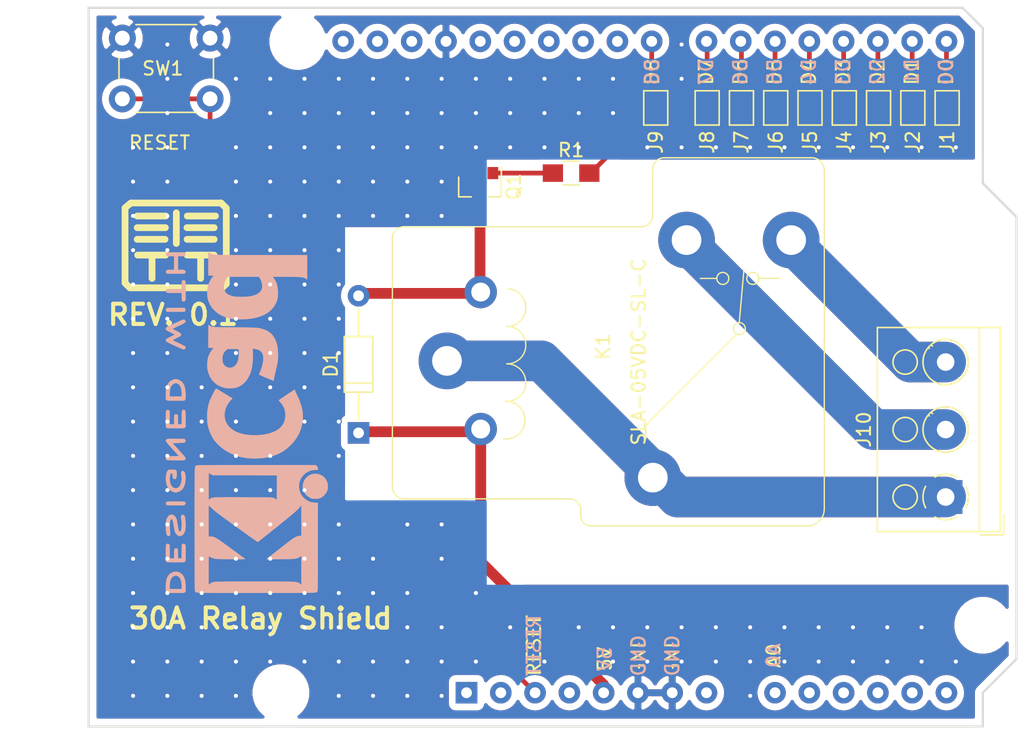
<source format=kicad_pcb>
(kicad_pcb (version 20170922) (host pcbnew "(2017-11-08 revision cd21218)-HEAD")
  (layers (0 F.Cu signal) (31 B.Cu signal) (34 B.Paste user) (35 F.Paste user) (36 B.SilkS user) (37 F.SilkS user) (38 B.Mask user) (39 F.Mask user) (44 Edge.Cuts user))
  (net 0 "")
  (net 1 GND)
  (net 2 +5V)
  (net 3 "Net-(D1-Pad2)")
  (net 4 /D2)
  (net 5 /D3)
  (net 6 "Net-(A1-Pad3)")
  (net 7 /D4)
  (net 8 /D5)
  (net 9 /D6)
  (net 10 /D7)
  (net 11 /D8)
  (net 12 /D0)
  (net 13 /D1)
  (net 14 /RELAY_CMD)
  (net 15 /REL3)
  (net 16 /REL1)
  (net 17 /REL4)
  (net 18 "Net-(Q1-Pad1)")
  (net 19 "Net-(A1-Pad32)")
  (net 20 "Net-(A1-Pad31)")
  (net 21 "Net-(A1-Pad1)")
  (net 22 "Net-(A1-Pad2)")
  (net 23 "Net-(A1-Pad4)")
  (net 24 "Net-(A1-Pad8)")
  (net 25 "Net-(A1-Pad24)")
  (net 26 "Net-(A1-Pad9)")
  (net 27 "Net-(A1-Pad25)")
  (net 28 "Net-(A1-Pad10)")
  (net 29 "Net-(A1-Pad26)")
  (net 30 "Net-(A1-Pad11)")
  (net 31 "Net-(A1-Pad27)")
  (net 32 "Net-(A1-Pad12)")
  (net 33 "Net-(A1-Pad28)")
  (net 34 "Net-(A1-Pad13)")
  (net 35 "Net-(A1-Pad14)")
  (net 36 "Net-(A1-Pad30)")
  (module Mounting_Holes:MountingHole_3.2mm_M3_DIN965 (layer F.Cu) (at 119.25 143.75)
    (fp_text reference REF** hide)
    (fp_text value MountingHole_3.2mm_M3_DIN965)
    (pad 1 np_thru_hole circle (at 0 0) (size 3.2 3.2) (drill 3.2) (layers *.Cu *.Mask))
  )
  (module Mounting_Holes:MountingHole_3.2mm_M3_DIN965 (layer F.Cu) (at 171.25 138.75)
    (fp_text reference REF** hide)
    (fp_text value MountingHole_3.2mm_M3_DIN965)
    (pad 1 np_thru_hole circle (at 0 0) (size 3.2 3.2) (drill 3.2) (layers *.Cu *.Mask))
  )
  (module Mounting_Holes:MountingHole_3.2mm_M3_DIN965 (layer F.Cu) (at 171.25 110.75)
    (fp_text reference REF** hide)
    (fp_text value MountingHole_3.2mm_M3_DIN965)
    (pad 1 np_thru_hole circle (at 0 0) (size 3.2 3.2) (drill 3.2) (layers *.Cu *.Mask))
  )
  (module Mounting_Holes:MountingHole_3.2mm_M3_DIN965 (layer F.Cu) (at 120.5 95.5)
    (fp_text reference REF** hide)
    (fp_text value MountingHole_3.2mm_M3_DIN965)
    (pad 1 np_thru_hole circle (at 0 0) (size 3.2 3.2) (drill 3.2) (layers *.Cu *.Mask))
  )
  (module Symbols:KiCad-Logo2_12mm_SilkScreen (layer B.Cu) (at 116.75 123.75 90)
    (fp_text reference REF*** hide)
    (fp_text value KiCad-Logo2_12mm_SilkScreen hide)
  )
  (module myfootprints.pretty:my_logo (layer F.Cu) (at 111.5 111.25)
    (fp_text reference REF** hide)
    (fp_text value my_logo hide)
  )
  (module myfootprints.pretty:SLA-5VDC-SL (layer F.Cu) (at 143.5 117.75 270)
    (fp_text reference K1 (at 0.358081 0.3817 270) (layer F.SilkS))
    (fp_text value SLA-05VDC-SL-C (at 0.75 -2.25 270) (layer F.SilkS))
    (pad 3 thru_hole circle (at -7.53612 -13.552146 270) (size 4.2 4.2) (drill 2.2) (layers *.Cu *.Mask) (net 15 /REL3))
    (pad 4 thru_hole circle (at -7.53612 -5.802146 270) (size 4.2 4.2) (drill 2.2) (layers *.Cu *.Mask) (net 17 /REL4))
    (pad 1 thru_hole circle (at 10.06388 -3.302146 270) (size 4.2 4.2) (drill 2.2) (layers *.Cu *.Mask) (net 16 /REL1))
    (pad 1 thru_hole circle (at 1.41388 11.947854 270) (size 4.2 4.2) (drill 2.2) (layers *.Cu *.Mask) (net 16 /REL1))
    (pad 2 thru_hole circle (at -3.68612 9.447854 270) (size 2.4 2.4) (drill 1.4) (layers *.Cu *.Mask) (net 3 "Net-(D1-Pad2)"))
    (pad 5 thru_hole circle (at 6.46388 9.447854 270) (size 2.4 2.4) (drill 1.4) (layers *.Cu *.Mask) (net 2 +5V))
  )
  (module Modules:Arduino_UNO_R3 (layer B.Cu) (at 133 143.75)
    (fp_text reference A1 hide)
    (fp_text value Arduino_UNO_R3)
    (pad 32 thru_hole oval (at -9.14 -48.26 270) (size 1.6 1.6) (drill 0.8) (layers *.Cu *.Mask) (net 19 "Net-(A1-Pad32)"))
    (pad 31 thru_hole oval (at -6.6 -48.26 270) (size 1.6 1.6) (drill 0.8) (layers *.Cu *.Mask) (net 20 "Net-(A1-Pad31)"))
    (pad 1 thru_hole rect (at 0 0 270) (size 1.6 1.6) (drill 0.8) (layers *.Cu *.Mask) (net 21 "Net-(A1-Pad1)"))
    (pad 17 thru_hole oval (at 30.48 -48.26 270) (size 1.6 1.6) (drill 0.8) (layers *.Cu *.Mask) (net 4 /D2))
    (pad 2 thru_hole oval (at 2.54 0 270) (size 1.6 1.6) (drill 0.8) (layers *.Cu *.Mask) (net 22 "Net-(A1-Pad2)"))
    (pad 18 thru_hole oval (at 27.94 -48.26 270) (size 1.6 1.6) (drill 0.8) (layers *.Cu *.Mask) (net 5 /D3))
    (pad 3 thru_hole oval (at 5.08 0 270) (size 1.6 1.6) (drill 0.8) (layers *.Cu *.Mask) (net 6 "Net-(A1-Pad3)"))
    (pad 19 thru_hole oval (at 25.4 -48.26 270) (size 1.6 1.6) (drill 0.8) (layers *.Cu *.Mask) (net 7 /D4))
    (pad 4 thru_hole oval (at 7.62 0 270) (size 1.6 1.6) (drill 0.8) (layers *.Cu *.Mask) (net 23 "Net-(A1-Pad4)"))
    (pad 20 thru_hole oval (at 22.86 -48.26 270) (size 1.6 1.6) (drill 0.8) (layers *.Cu *.Mask) (net 8 /D5))
    (pad 5 thru_hole oval (at 10.16 0 270) (size 1.6 1.6) (drill 0.8) (layers *.Cu *.Mask) (net 2 +5V))
    (pad 21 thru_hole oval (at 20.32 -48.26 270) (size 1.6 1.6) (drill 0.8) (layers *.Cu *.Mask) (net 9 /D6))
    (pad 6 thru_hole oval (at 12.7 0 270) (size 1.6 1.6) (drill 0.8) (layers *.Cu *.Mask) (net 1 GND))
    (pad 22 thru_hole oval (at 17.78 -48.26 270) (size 1.6 1.6) (drill 0.8) (layers *.Cu *.Mask) (net 10 /D7))
    (pad 7 thru_hole oval (at 15.24 0 270) (size 1.6 1.6) (drill 0.8) (layers *.Cu *.Mask) (net 1 GND))
    (pad 23 thru_hole oval (at 13.72 -48.26 270) (size 1.6 1.6) (drill 0.8) (layers *.Cu *.Mask) (net 11 /D8))
    (pad 8 thru_hole oval (at 17.78 0 270) (size 1.6 1.6) (drill 0.8) (layers *.Cu *.Mask) (net 24 "Net-(A1-Pad8)"))
    (pad 24 thru_hole oval (at 11.18 -48.26 270) (size 1.6 1.6) (drill 0.8) (layers *.Cu *.Mask) (net 25 "Net-(A1-Pad24)"))
    (pad 9 thru_hole oval (at 22.86 0 270) (size 1.6 1.6) (drill 0.8) (layers *.Cu *.Mask) (net 26 "Net-(A1-Pad9)"))
    (pad 25 thru_hole oval (at 8.64 -48.26 270) (size 1.6 1.6) (drill 0.8) (layers *.Cu *.Mask) (net 27 "Net-(A1-Pad25)"))
    (pad 10 thru_hole oval (at 25.4 0 270) (size 1.6 1.6) (drill 0.8) (layers *.Cu *.Mask) (net 28 "Net-(A1-Pad10)"))
    (pad 26 thru_hole oval (at 6.1 -48.26 270) (size 1.6 1.6) (drill 0.8) (layers *.Cu *.Mask) (net 29 "Net-(A1-Pad26)"))
    (pad 11 thru_hole oval (at 27.94 0 270) (size 1.6 1.6) (drill 0.8) (layers *.Cu *.Mask) (net 30 "Net-(A1-Pad11)"))
    (pad 27 thru_hole oval (at 3.56 -48.26 270) (size 1.6 1.6) (drill 0.8) (layers *.Cu *.Mask) (net 31 "Net-(A1-Pad27)"))
    (pad 12 thru_hole oval (at 30.48 0 270) (size 1.6 1.6) (drill 0.8) (layers *.Cu *.Mask) (net 32 "Net-(A1-Pad12)"))
    (pad 28 thru_hole oval (at 1.02 -48.26 270) (size 1.6 1.6) (drill 0.8) (layers *.Cu *.Mask) (net 33 "Net-(A1-Pad28)"))
    (pad 13 thru_hole oval (at 33.02 0 270) (size 1.6 1.6) (drill 0.8) (layers *.Cu *.Mask) (net 34 "Net-(A1-Pad13)"))
    (pad 29 thru_hole oval (at -1.52 -48.26 270) (size 1.6 1.6) (drill 0.8) (layers *.Cu *.Mask) (net 1 GND))
    (pad 14 thru_hole oval (at 35.56 0 270) (size 1.6 1.6) (drill 0.8) (layers *.Cu *.Mask) (net 35 "Net-(A1-Pad14)"))
    (pad 30 thru_hole oval (at -4.06 -48.26 270) (size 1.6 1.6) (drill 0.8) (layers *.Cu *.Mask) (net 36 "Net-(A1-Pad30)"))
    (pad 15 thru_hole oval (at 35.56 -48.26 270) (size 1.6 1.6) (drill 0.8) (layers *.Cu *.Mask) (net 12 /D0))
    (pad 16 thru_hole oval (at 33.02 -48.26 270) (size 1.6 1.6) (drill 0.8) (layers *.Cu *.Mask) (net 13 /D1))
  )
  (module Diodes_THT:D_DO-35_SOD27_P10.16mm_Horizontal (layer F.Cu) (at 125 124.5 90)
    (fp_text reference D1 (at 5.08 -2.06 90) (layer F.SilkS))
    (fp_text value 1N4148)
    (pad 1 thru_hole rect (at 0 0 90) (size 1.6 1.6) (drill 0.8) (layers *.Cu *.Mask) (net 2 +5V))
    (pad 2 thru_hole oval (at 10.16 0 90) (size 1.6 1.6) (drill 0.8) (layers *.Cu *.Mask) (net 3 "Net-(D1-Pad2)"))
  )
  (module Connectors:GS2 (layer F.Cu) (at 168.61 100.42 180)
    (fp_text reference J1 (at 0 -2.54 270) (layer F.SilkS))
    (fp_text value GS2)
    (pad 1 smd rect (at 0 -0.64 180) (size 1.27 0.97) (layers F.Cu F.Paste F.Mask) (net 14 /RELAY_CMD))
    (pad 2 smd rect (at 0 0.64 180) (size 1.27 0.97) (layers F.Cu F.Paste F.Mask) (net 12 /D0))
  )
  (module Connectors:GS2 (layer F.Cu) (at 166.07 100.42 180)
    (fp_text reference J2 (at 0 -2.54 270) (layer F.SilkS))
    (fp_text value GS2)
    (pad 2 smd rect (at 0 0.64 180) (size 1.27 0.97) (layers F.Cu F.Paste F.Mask) (net 13 /D1))
    (pad 1 smd rect (at 0 -0.64 180) (size 1.27 0.97) (layers F.Cu F.Paste F.Mask) (net 14 /RELAY_CMD))
  )
  (module Connectors:GS2 (layer F.Cu) (at 163.53 100.42 180)
    (fp_text reference J3 (at 0 -2.54 270) (layer F.SilkS))
    (fp_text value GS2)
    (pad 1 smd rect (at 0 -0.64 180) (size 1.27 0.97) (layers F.Cu F.Paste F.Mask) (net 14 /RELAY_CMD))
    (pad 2 smd rect (at 0 0.64 180) (size 1.27 0.97) (layers F.Cu F.Paste F.Mask) (net 4 /D2))
  )
  (module Connectors:GS2 (layer F.Cu) (at 160.99 100.42 180)
    (fp_text reference J4 (at 0 -2.54 270) (layer F.SilkS))
    (fp_text value GS2)
    (pad 2 smd rect (at 0 0.64 180) (size 1.27 0.97) (layers F.Cu F.Paste F.Mask) (net 5 /D3))
    (pad 1 smd rect (at 0 -0.64 180) (size 1.27 0.97) (layers F.Cu F.Paste F.Mask) (net 14 /RELAY_CMD))
  )
  (module Connectors:GS2 (layer F.Cu) (at 158.45 100.42 180)
    (fp_text reference J5 (at 0 -2.54 270) (layer F.SilkS))
    (fp_text value GS2)
    (pad 1 smd rect (at 0 -0.64 180) (size 1.27 0.97) (layers F.Cu F.Paste F.Mask) (net 14 /RELAY_CMD))
    (pad 2 smd rect (at 0 0.64 180) (size 1.27 0.97) (layers F.Cu F.Paste F.Mask) (net 7 /D4))
  )
  (module Connectors:GS2 (layer F.Cu) (at 155.91 100.42 180)
    (fp_text reference J6 (at 0 -2.54 270) (layer F.SilkS))
    (fp_text value GS2)
    (pad 2 smd rect (at 0 0.64 180) (size 1.27 0.97) (layers F.Cu F.Paste F.Mask) (net 8 /D5))
    (pad 1 smd rect (at 0 -0.64 180) (size 1.27 0.97) (layers F.Cu F.Paste F.Mask) (net 14 /RELAY_CMD))
  )
  (module Connectors:GS2 (layer F.Cu) (at 153.37 100.42 180)
    (fp_text reference J7 (at 0 -2.54 270) (layer F.SilkS))
    (fp_text value GS2)
    (pad 1 smd rect (at 0 -0.64 180) (size 1.27 0.97) (layers F.Cu F.Paste F.Mask) (net 14 /RELAY_CMD))
    (pad 2 smd rect (at 0 0.64 180) (size 1.27 0.97) (layers F.Cu F.Paste F.Mask) (net 9 /D6))
  )
  (module Connectors:GS2 (layer F.Cu) (at 150.83 100.42 180)
    (fp_text reference J8 (at 0 -2.54 270) (layer F.SilkS))
    (fp_text value GS2)
    (pad 2 smd rect (at 0 0.64 180) (size 1.27 0.97) (layers F.Cu F.Paste F.Mask) (net 10 /D7))
    (pad 1 smd rect (at 0 -0.64 180) (size 1.27 0.97) (layers F.Cu F.Paste F.Mask) (net 14 /RELAY_CMD))
  )
  (module Connectors:GS2 (layer F.Cu) (at 147.02 100.42 180)
    (fp_text reference J9 (at 0 -2.54 270) (layer F.SilkS))
    (fp_text value GS2)
    (pad 1 smd rect (at 0 -0.64 180) (size 1.27 0.97) (layers F.Cu F.Paste F.Mask) (net 14 /RELAY_CMD))
    (pad 2 smd rect (at 0 0.64 180) (size 1.27 0.97) (layers F.Cu F.Paste F.Mask) (net 11 /D8))
  )
  (module TerminalBlock_RND:TerminalBlock_RND_205-00002_Pitch5.00mm (layer F.Cu) (at 168.5 129.25 90)
    (fp_text reference J10 (at 5 -6.06 90) (layer F.SilkS))
    (fp_text value R_CON)
    (pad 1 thru_hole rect (at 0 0 90) (size 2.5 2.5) (drill 1.3) (layers *.Cu *.Mask) (net 16 /REL1))
    (pad 2 thru_hole circle (at 5 0 90) (size 2.5 2.5) (drill 1.3) (layers *.Cu *.Mask) (net 17 /REL4))
    (pad 3 thru_hole circle (at 10 0 90) (size 2.5 2.5) (drill 1.3) (layers *.Cu *.Mask) (net 15 /REL3))
  )
  (module TO_SOT_Packages_SMD:SOT-23 (layer F.Cu) (at 134 106.25 270)
    (fp_text reference Q1 (at 0 -2.5 270) (layer F.SilkS))
    (fp_text value MMBT2222)
    (pad 1 smd rect (at -1 -0.95 270) (size 0.9 0.8) (layers F.Cu F.Paste F.Mask) (net 18 "Net-(Q1-Pad1)"))
    (pad 2 smd rect (at -1 0.95 270) (size 0.9 0.8) (layers F.Cu F.Paste F.Mask) (net 1 GND))
    (pad 3 smd rect (at 1 0 270) (size 0.9 0.8) (layers F.Cu F.Paste F.Mask) (net 3 "Net-(D1-Pad2)"))
  )
  (module Resistors_SMD:R_0805_HandSoldering (layer F.Cu) (at 140.75 105.25)
    (fp_text reference R1 (at 0 -1.7) (layer F.SilkS))
    (fp_text value 1K)
    (pad 1 smd rect (at -1.35 0) (size 1.5 1.3) (layers F.Cu F.Paste F.Mask) (net 18 "Net-(Q1-Pad1)"))
    (pad 2 smd rect (at 1.35 0) (size 1.5 1.3) (layers F.Cu F.Paste F.Mask) (net 14 /RELAY_CMD))
  )
  (module Buttons_Switches_THT:SW_PUSH_6mm (layer F.Cu) (at 114 99.75 180)
    (fp_text reference SW1 (at 3.5 2.25 180) (layer F.SilkS))
    (fp_text value RESET (at 3.75 -3.25 180) (layer F.SilkS))
    (pad 2 thru_hole circle (at 0 4.5 270) (size 2 2) (drill 1.1) (layers *.Cu *.Mask) (net 1 GND))
    (pad 1 thru_hole circle (at 0 0 270) (size 2 2) (drill 1.1) (layers *.Cu *.Mask) (net 6 "Net-(A1-Pad3)"))
    (pad 2 thru_hole circle (at 6.5 4.5 270) (size 2 2) (drill 1.1) (layers *.Cu *.Mask) (net 1 GND))
    (pad 1 thru_hole circle (at 6.5 0 270) (size 2 2) (drill 1.1) (layers *.Cu *.Mask) (net 6 "Net-(A1-Pad3)"))
  )
  (module VIA_MATRIX (layer F.Cu) (at 110.834999 95.7225)
    (fp_text reference V5_2 hide)
    (fp_text value AUTO_VIA hide)
    (pad 1 thru_hole circle (at 0 0) (size 0.45 0.45) (drill 0.3) (layers *.Cu) (net 1 GND) (clearance 0.3))
  )
  (module VIA_MATRIX (layer F.Cu) (at 148.934999 95.7225)
    (fp_text reference V20_2 hide)
    (fp_text value AUTO_VIA hide)
    (pad 1 thru_hole circle (at 0 0) (size 0.45 0.45) (drill 0.3) (layers *.Cu) (net 1 GND) (clearance 0.3))
  )
  (module VIA_MATRIX (layer F.Cu) (at 110.834999 98.2625)
    (fp_text reference V5_3 hide)
    (fp_text value AUTO_VIA hide)
    (pad 1 thru_hole circle (at 0 0) (size 0.45 0.45) (drill 0.3) (layers *.Cu) (net 1 GND) (clearance 0.3))
  )
  (module VIA_MATRIX (layer F.Cu) (at 115.914999 98.2625)
    (fp_text reference V7_3 hide)
    (fp_text value AUTO_VIA hide)
    (pad 1 thru_hole circle (at 0 0) (size 0.45 0.45) (drill 0.3) (layers *.Cu) (net 1 GND) (clearance 0.3))
  )
  (module VIA_MATRIX (layer F.Cu) (at 118.454999 98.2625)
    (fp_text reference V8_3 hide)
    (fp_text value AUTO_VIA hide)
    (pad 1 thru_hole circle (at 0 0) (size 0.45 0.45) (drill 0.3) (layers *.Cu) (net 1 GND) (clearance 0.3))
  )
  (module VIA_MATRIX (layer F.Cu) (at 120.994999 98.2625)
    (fp_text reference V9_3 hide)
    (fp_text value AUTO_VIA hide)
    (pad 1 thru_hole circle (at 0 0) (size 0.45 0.45) (drill 0.3) (layers *.Cu) (net 1 GND) (clearance 0.3))
  )
  (module VIA_MATRIX (layer F.Cu) (at 123.534999 98.2625)
    (fp_text reference V10_3 hide)
    (fp_text value AUTO_VIA hide)
    (pad 1 thru_hole circle (at 0 0) (size 0.45 0.45) (drill 0.3) (layers *.Cu) (net 1 GND) (clearance 0.3))
  )
  (module VIA_MATRIX (layer F.Cu) (at 126.074999 98.2625)
    (fp_text reference V11_3 hide)
    (fp_text value AUTO_VIA hide)
    (pad 1 thru_hole circle (at 0 0) (size 0.45 0.45) (drill 0.3) (layers *.Cu) (net 1 GND) (clearance 0.3))
  )
  (module VIA_MATRIX (layer F.Cu) (at 128.614999 98.2625)
    (fp_text reference V12_3 hide)
    (fp_text value AUTO_VIA hide)
    (pad 1 thru_hole circle (at 0 0) (size 0.45 0.45) (drill 0.3) (layers *.Cu) (net 1 GND) (clearance 0.3))
  )
  (module VIA_MATRIX (layer F.Cu) (at 131.154999 98.2625)
    (fp_text reference V13_3 hide)
    (fp_text value AUTO_VIA hide)
    (pad 1 thru_hole circle (at 0 0) (size 0.45 0.45) (drill 0.3) (layers *.Cu) (net 1 GND) (clearance 0.3))
  )
  (module VIA_MATRIX (layer F.Cu) (at 133.694999 98.2625)
    (fp_text reference V14_3 hide)
    (fp_text value AUTO_VIA hide)
    (pad 1 thru_hole circle (at 0 0) (size 0.45 0.45) (drill 0.3) (layers *.Cu) (net 1 GND) (clearance 0.3))
  )
  (module VIA_MATRIX (layer F.Cu) (at 136.234999 98.2625)
    (fp_text reference V15_3 hide)
    (fp_text value AUTO_VIA hide)
    (pad 1 thru_hole circle (at 0 0) (size 0.45 0.45) (drill 0.3) (layers *.Cu) (net 1 GND) (clearance 0.3))
  )
  (module VIA_MATRIX (layer F.Cu) (at 138.774999 98.2625)
    (fp_text reference V16_3 hide)
    (fp_text value AUTO_VIA hide)
    (pad 1 thru_hole circle (at 0 0) (size 0.45 0.45) (drill 0.3) (layers *.Cu) (net 1 GND) (clearance 0.3))
  )
  (module VIA_MATRIX (layer F.Cu) (at 141.314999 98.2625)
    (fp_text reference V17_3 hide)
    (fp_text value AUTO_VIA hide)
    (pad 1 thru_hole circle (at 0 0) (size 0.45 0.45) (drill 0.3) (layers *.Cu) (net 1 GND) (clearance 0.3))
  )
  (module VIA_MATRIX (layer F.Cu) (at 143.854999 98.2625)
    (fp_text reference V18_3 hide)
    (fp_text value AUTO_VIA hide)
    (pad 1 thru_hole circle (at 0 0) (size 0.45 0.45) (drill 0.3) (layers *.Cu) (net 1 GND) (clearance 0.3))
  )
  (module VIA_MATRIX (layer F.Cu) (at 148.934999 98.2625)
    (fp_text reference V20_3 hide)
    (fp_text value AUTO_VIA hide)
    (pad 1 thru_hole circle (at 0 0) (size 0.45 0.45) (drill 0.3) (layers *.Cu) (net 1 GND) (clearance 0.3))
  )
  (module VIA_MATRIX (layer F.Cu) (at 110.834999 100.8025)
    (fp_text reference V5_4 hide)
    (fp_text value AUTO_VIA hide)
    (pad 1 thru_hole circle (at 0 0) (size 0.45 0.45) (drill 0.3) (layers *.Cu) (net 1 GND) (clearance 0.3))
  )
  (module VIA_MATRIX (layer F.Cu) (at 118.454999 100.8025)
    (fp_text reference V8_4 hide)
    (fp_text value AUTO_VIA hide)
    (pad 1 thru_hole circle (at 0 0) (size 0.45 0.45) (drill 0.3) (layers *.Cu) (net 1 GND) (clearance 0.3))
  )
  (module VIA_MATRIX (layer F.Cu) (at 120.994999 100.8025)
    (fp_text reference V9_4 hide)
    (fp_text value AUTO_VIA hide)
    (pad 1 thru_hole circle (at 0 0) (size 0.45 0.45) (drill 0.3) (layers *.Cu) (net 1 GND) (clearance 0.3))
  )
  (module VIA_MATRIX (layer F.Cu) (at 123.534999 100.8025)
    (fp_text reference V10_4 hide)
    (fp_text value AUTO_VIA hide)
    (pad 1 thru_hole circle (at 0 0) (size 0.45 0.45) (drill 0.3) (layers *.Cu) (net 1 GND) (clearance 0.3))
  )
  (module VIA_MATRIX (layer F.Cu) (at 126.074999 100.8025)
    (fp_text reference V11_4 hide)
    (fp_text value AUTO_VIA hide)
    (pad 1 thru_hole circle (at 0 0) (size 0.45 0.45) (drill 0.3) (layers *.Cu) (net 1 GND) (clearance 0.3))
  )
  (module VIA_MATRIX (layer F.Cu) (at 128.614999 100.8025)
    (fp_text reference V12_4 hide)
    (fp_text value AUTO_VIA hide)
    (pad 1 thru_hole circle (at 0 0) (size 0.45 0.45) (drill 0.3) (layers *.Cu) (net 1 GND) (clearance 0.3))
  )
  (module VIA_MATRIX (layer F.Cu) (at 131.154999 100.8025)
    (fp_text reference V13_4 hide)
    (fp_text value AUTO_VIA hide)
    (pad 1 thru_hole circle (at 0 0) (size 0.45 0.45) (drill 0.3) (layers *.Cu) (net 1 GND) (clearance 0.3))
  )
  (module VIA_MATRIX (layer F.Cu) (at 133.694999 100.8025)
    (fp_text reference V14_4 hide)
    (fp_text value AUTO_VIA hide)
    (pad 1 thru_hole circle (at 0 0) (size 0.45 0.45) (drill 0.3) (layers *.Cu) (net 1 GND) (clearance 0.3))
  )
  (module VIA_MATRIX (layer F.Cu) (at 136.234999 100.8025)
    (fp_text reference V15_4 hide)
    (fp_text value AUTO_VIA hide)
    (pad 1 thru_hole circle (at 0 0) (size 0.45 0.45) (drill 0.3) (layers *.Cu) (net 1 GND) (clearance 0.3))
  )
  (module VIA_MATRIX (layer F.Cu) (at 138.774999 100.8025)
    (fp_text reference V16_4 hide)
    (fp_text value AUTO_VIA hide)
    (pad 1 thru_hole circle (at 0 0) (size 0.45 0.45) (drill 0.3) (layers *.Cu) (net 1 GND) (clearance 0.3))
  )
  (module VIA_MATRIX (layer F.Cu) (at 141.314999 100.8025)
    (fp_text reference V17_4 hide)
    (fp_text value AUTO_VIA hide)
    (pad 1 thru_hole circle (at 0 0) (size 0.45 0.45) (drill 0.3) (layers *.Cu) (net 1 GND) (clearance 0.3))
  )
  (module VIA_MATRIX (layer F.Cu) (at 143.854999 100.8025)
    (fp_text reference V18_4 hide)
    (fp_text value AUTO_VIA hide)
    (pad 1 thru_hole circle (at 0 0) (size 0.45 0.45) (drill 0.3) (layers *.Cu) (net 1 GND) (clearance 0.3))
  )
  (module VIA_MATRIX (layer F.Cu) (at 108.294999 103.3425)
    (fp_text reference V4_5 hide)
    (fp_text value AUTO_VIA hide)
    (pad 1 thru_hole circle (at 0 0) (size 0.45 0.45) (drill 0.3) (layers *.Cu) (net 1 GND) (clearance 0.3))
  )
  (module VIA_MATRIX (layer F.Cu) (at 110.834999 103.3425)
    (fp_text reference V5_5 hide)
    (fp_text value AUTO_VIA hide)
    (pad 1 thru_hole circle (at 0 0) (size 0.45 0.45) (drill 0.3) (layers *.Cu) (net 1 GND) (clearance 0.3))
  )
  (module VIA_MATRIX (layer F.Cu) (at 115.914999 103.3425)
    (fp_text reference V7_5 hide)
    (fp_text value AUTO_VIA hide)
    (pad 1 thru_hole circle (at 0 0) (size 0.45 0.45) (drill 0.3) (layers *.Cu) (net 1 GND) (clearance 0.3))
  )
  (module VIA_MATRIX (layer F.Cu) (at 118.454999 103.3425)
    (fp_text reference V8_5 hide)
    (fp_text value AUTO_VIA hide)
    (pad 1 thru_hole circle (at 0 0) (size 0.45 0.45) (drill 0.3) (layers *.Cu) (net 1 GND) (clearance 0.3))
  )
  (module VIA_MATRIX (layer F.Cu) (at 120.994999 103.3425)
    (fp_text reference V9_5 hide)
    (fp_text value AUTO_VIA hide)
    (pad 1 thru_hole circle (at 0 0) (size 0.45 0.45) (drill 0.3) (layers *.Cu) (net 1 GND) (clearance 0.3))
  )
  (module VIA_MATRIX (layer F.Cu) (at 123.534999 103.3425)
    (fp_text reference V10_5 hide)
    (fp_text value AUTO_VIA hide)
    (pad 1 thru_hole circle (at 0 0) (size 0.45 0.45) (drill 0.3) (layers *.Cu) (net 1 GND) (clearance 0.3))
  )
  (module VIA_MATRIX (layer F.Cu) (at 126.074999 103.3425)
    (fp_text reference V11_5 hide)
    (fp_text value AUTO_VIA hide)
    (pad 1 thru_hole circle (at 0 0) (size 0.45 0.45) (drill 0.3) (layers *.Cu) (net 1 GND) (clearance 0.3))
  )
  (module VIA_MATRIX (layer F.Cu) (at 128.614999 103.3425)
    (fp_text reference V12_5 hide)
    (fp_text value AUTO_VIA hide)
    (pad 1 thru_hole circle (at 0 0) (size 0.45 0.45) (drill 0.3) (layers *.Cu) (net 1 GND) (clearance 0.3))
  )
  (module VIA_MATRIX (layer F.Cu) (at 131.154999 103.3425)
    (fp_text reference V13_5 hide)
    (fp_text value AUTO_VIA hide)
    (pad 1 thru_hole circle (at 0 0) (size 0.45 0.45) (drill 0.3) (layers *.Cu) (net 1 GND) (clearance 0.3))
  )
  (module VIA_MATRIX (layer F.Cu) (at 133.694999 103.3425)
    (fp_text reference V14_5 hide)
    (fp_text value AUTO_VIA hide)
    (pad 1 thru_hole circle (at 0 0) (size 0.45 0.45) (drill 0.3) (layers *.Cu) (net 1 GND) (clearance 0.3))
  )
  (module VIA_MATRIX (layer F.Cu) (at 136.234999 103.3425)
    (fp_text reference V15_5 hide)
    (fp_text value AUTO_VIA hide)
    (pad 1 thru_hole circle (at 0 0) (size 0.45 0.45) (drill 0.3) (layers *.Cu) (net 1 GND) (clearance 0.3))
  )
  (module VIA_MATRIX (layer F.Cu) (at 138.774999 103.3425)
    (fp_text reference V16_5 hide)
    (fp_text value AUTO_VIA hide)
    (pad 1 thru_hole circle (at 0 0) (size 0.45 0.45) (drill 0.3) (layers *.Cu) (net 1 GND) (clearance 0.3))
  )
  (module VIA_MATRIX (layer F.Cu) (at 141.314999 103.3425)
    (fp_text reference V17_5 hide)
    (fp_text value AUTO_VIA hide)
    (pad 1 thru_hole circle (at 0 0) (size 0.45 0.45) (drill 0.3) (layers *.Cu) (net 1 GND) (clearance 0.3))
  )
  (module VIA_MATRIX (layer F.Cu) (at 146.394999 103.3425)
    (fp_text reference V19_5 hide)
    (fp_text value AUTO_VIA hide)
    (pad 1 thru_hole circle (at 0 0) (size 0.45 0.45) (drill 0.3) (layers *.Cu) (net 1 GND) (clearance 0.3))
  )
  (module VIA_MATRIX (layer F.Cu) (at 148.934999 103.3425)
    (fp_text reference V20_5 hide)
    (fp_text value AUTO_VIA hide)
    (pad 1 thru_hole circle (at 0 0) (size 0.45 0.45) (drill 0.3) (layers *.Cu) (net 1 GND) (clearance 0.3))
  )
  (module VIA_MATRIX (layer F.Cu) (at 151.474999 103.3425)
    (fp_text reference V21_5 hide)
    (fp_text value AUTO_VIA hide)
    (pad 1 thru_hole circle (at 0 0) (size 0.45 0.45) (drill 0.3) (layers *.Cu) (net 1 GND) (clearance 0.3))
  )
  (module VIA_MATRIX (layer F.Cu) (at 154.014999 103.3425)
    (fp_text reference V22_5 hide)
    (fp_text value AUTO_VIA hide)
    (pad 1 thru_hole circle (at 0 0) (size 0.45 0.45) (drill 0.3) (layers *.Cu) (net 1 GND) (clearance 0.3))
  )
  (module VIA_MATRIX (layer F.Cu) (at 156.554999 103.3425)
    (fp_text reference V23_5 hide)
    (fp_text value AUTO_VIA hide)
    (pad 1 thru_hole circle (at 0 0) (size 0.45 0.45) (drill 0.3) (layers *.Cu) (net 1 GND) (clearance 0.3))
  )
  (module VIA_MATRIX (layer F.Cu) (at 159.094999 103.3425)
    (fp_text reference V24_5 hide)
    (fp_text value AUTO_VIA hide)
    (pad 1 thru_hole circle (at 0 0) (size 0.45 0.45) (drill 0.3) (layers *.Cu) (net 1 GND) (clearance 0.3))
  )
  (module VIA_MATRIX (layer F.Cu) (at 161.634999 103.3425)
    (fp_text reference V25_5 hide)
    (fp_text value AUTO_VIA hide)
    (pad 1 thru_hole circle (at 0 0) (size 0.45 0.45) (drill 0.3) (layers *.Cu) (net 1 GND) (clearance 0.3))
  )
  (module VIA_MATRIX (layer F.Cu) (at 164.174999 103.3425)
    (fp_text reference V26_5 hide)
    (fp_text value AUTO_VIA hide)
    (pad 1 thru_hole circle (at 0 0) (size 0.45 0.45) (drill 0.3) (layers *.Cu) (net 1 GND) (clearance 0.3))
  )
  (module VIA_MATRIX (layer F.Cu) (at 166.714999 103.3425)
    (fp_text reference V27_5 hide)
    (fp_text value AUTO_VIA hide)
    (pad 1 thru_hole circle (at 0 0) (size 0.45 0.45) (drill 0.3) (layers *.Cu) (net 1 GND) (clearance 0.3))
  )
  (module VIA_MATRIX (layer F.Cu) (at 169.254999 103.3425)
    (fp_text reference V28_5 hide)
    (fp_text value AUTO_VIA hide)
    (pad 1 thru_hole circle (at 0 0) (size 0.45 0.45) (drill 0.3) (layers *.Cu) (net 1 GND) (clearance 0.3))
  )
  (module VIA_MATRIX (layer F.Cu) (at 108.294999 105.8825)
    (fp_text reference V4_6 hide)
    (fp_text value AUTO_VIA hide)
    (pad 1 thru_hole circle (at 0 0) (size 0.45 0.45) (drill 0.3) (layers *.Cu) (net 1 GND) (clearance 0.3))
  )
  (module VIA_MATRIX (layer F.Cu) (at 110.834999 105.8825)
    (fp_text reference V5_6 hide)
    (fp_text value AUTO_VIA hide)
    (pad 1 thru_hole circle (at 0 0) (size 0.45 0.45) (drill 0.3) (layers *.Cu) (net 1 GND) (clearance 0.3))
  )
  (module VIA_MATRIX (layer F.Cu) (at 115.914999 105.8825)
    (fp_text reference V7_6 hide)
    (fp_text value AUTO_VIA hide)
    (pad 1 thru_hole circle (at 0 0) (size 0.45 0.45) (drill 0.3) (layers *.Cu) (net 1 GND) (clearance 0.3))
  )
  (module VIA_MATRIX (layer F.Cu) (at 118.454999 105.8825)
    (fp_text reference V8_6 hide)
    (fp_text value AUTO_VIA hide)
    (pad 1 thru_hole circle (at 0 0) (size 0.45 0.45) (drill 0.3) (layers *.Cu) (net 1 GND) (clearance 0.3))
  )
  (module VIA_MATRIX (layer F.Cu) (at 120.994999 105.8825)
    (fp_text reference V9_6 hide)
    (fp_text value AUTO_VIA hide)
    (pad 1 thru_hole circle (at 0 0) (size 0.45 0.45) (drill 0.3) (layers *.Cu) (net 1 GND) (clearance 0.3))
  )
  (module VIA_MATRIX (layer F.Cu) (at 123.534999 105.8825)
    (fp_text reference V10_6 hide)
    (fp_text value AUTO_VIA hide)
    (pad 1 thru_hole circle (at 0 0) (size 0.45 0.45) (drill 0.3) (layers *.Cu) (net 1 GND) (clearance 0.3))
  )
  (module VIA_MATRIX (layer F.Cu) (at 126.074999 105.8825)
    (fp_text reference V11_6 hide)
    (fp_text value AUTO_VIA hide)
    (pad 1 thru_hole circle (at 0 0) (size 0.45 0.45) (drill 0.3) (layers *.Cu) (net 1 GND) (clearance 0.3))
  )
  (module VIA_MATRIX (layer F.Cu) (at 128.614999 105.8825)
    (fp_text reference V12_6 hide)
    (fp_text value AUTO_VIA hide)
    (pad 1 thru_hole circle (at 0 0) (size 0.45 0.45) (drill 0.3) (layers *.Cu) (net 1 GND) (clearance 0.3))
  )
  (module VIA_MATRIX (layer F.Cu) (at 131.154999 105.8825)
    (fp_text reference V13_6 hide)
    (fp_text value AUTO_VIA hide)
    (pad 1 thru_hole circle (at 0 0) (size 0.45 0.45) (drill 0.3) (layers *.Cu) (net 1 GND) (clearance 0.3))
  )
  (module VIA_MATRIX (layer F.Cu) (at 108.294999 108.4225)
    (fp_text reference V4_7 hide)
    (fp_text value AUTO_VIA hide)
    (pad 1 thru_hole circle (at 0 0) (size 0.45 0.45) (drill 0.3) (layers *.Cu) (net 1 GND) (clearance 0.3))
  )
  (module VIA_MATRIX (layer F.Cu) (at 110.834999 108.4225)
    (fp_text reference V5_7 hide)
    (fp_text value AUTO_VIA hide)
    (pad 1 thru_hole circle (at 0 0) (size 0.45 0.45) (drill 0.3) (layers *.Cu) (net 1 GND) (clearance 0.3))
  )
  (module VIA_MATRIX (layer F.Cu) (at 115.914999 108.4225)
    (fp_text reference V7_7 hide)
    (fp_text value AUTO_VIA hide)
    (pad 1 thru_hole circle (at 0 0) (size 0.45 0.45) (drill 0.3) (layers *.Cu) (net 1 GND) (clearance 0.3))
  )
  (module VIA_MATRIX (layer F.Cu) (at 118.454999 108.4225)
    (fp_text reference V8_7 hide)
    (fp_text value AUTO_VIA hide)
    (pad 1 thru_hole circle (at 0 0) (size 0.45 0.45) (drill 0.3) (layers *.Cu) (net 1 GND) (clearance 0.3))
  )
  (module VIA_MATRIX (layer F.Cu) (at 120.994999 108.4225)
    (fp_text reference V9_7 hide)
    (fp_text value AUTO_VIA hide)
    (pad 1 thru_hole circle (at 0 0) (size 0.45 0.45) (drill 0.3) (layers *.Cu) (net 1 GND) (clearance 0.3))
  )
  (module VIA_MATRIX (layer F.Cu) (at 123.534999 108.4225)
    (fp_text reference V10_7 hide)
    (fp_text value AUTO_VIA hide)
    (pad 1 thru_hole circle (at 0 0) (size 0.45 0.45) (drill 0.3) (layers *.Cu) (net 1 GND) (clearance 0.3))
  )
  (module VIA_MATRIX (layer F.Cu) (at 126.074999 108.4225)
    (fp_text reference V11_7 hide)
    (fp_text value AUTO_VIA hide)
    (pad 1 thru_hole circle (at 0 0) (size 0.45 0.45) (drill 0.3) (layers *.Cu) (net 1 GND) (clearance 0.3))
  )
  (module VIA_MATRIX (layer F.Cu) (at 128.614999 108.4225)
    (fp_text reference V12_7 hide)
    (fp_text value AUTO_VIA hide)
    (pad 1 thru_hole circle (at 0 0) (size 0.45 0.45) (drill 0.3) (layers *.Cu) (net 1 GND) (clearance 0.3))
  )
  (module VIA_MATRIX (layer F.Cu) (at 131.154999 108.4225)
    (fp_text reference V13_7 hide)
    (fp_text value AUTO_VIA hide)
    (pad 1 thru_hole circle (at 0 0) (size 0.45 0.45) (drill 0.3) (layers *.Cu) (net 1 GND) (clearance 0.3))
  )
  (module VIA_MATRIX (layer F.Cu) (at 108.294999 110.9625)
    (fp_text reference V4_8 hide)
    (fp_text value AUTO_VIA hide)
    (pad 1 thru_hole circle (at 0 0) (size 0.45 0.45) (drill 0.3) (layers *.Cu) (net 1 GND) (clearance 0.3))
  )
  (module VIA_MATRIX (layer F.Cu) (at 110.834999 110.9625)
    (fp_text reference V5_8 hide)
    (fp_text value AUTO_VIA hide)
    (pad 1 thru_hole circle (at 0 0) (size 0.45 0.45) (drill 0.3) (layers *.Cu) (net 1 GND) (clearance 0.3))
  )
  (module VIA_MATRIX (layer F.Cu) (at 115.914999 110.9625)
    (fp_text reference V7_8 hide)
    (fp_text value AUTO_VIA hide)
    (pad 1 thru_hole circle (at 0 0) (size 0.45 0.45) (drill 0.3) (layers *.Cu) (net 1 GND) (clearance 0.3))
  )
  (module VIA_MATRIX (layer F.Cu) (at 118.454999 110.9625)
    (fp_text reference V8_8 hide)
    (fp_text value AUTO_VIA hide)
    (pad 1 thru_hole circle (at 0 0) (size 0.45 0.45) (drill 0.3) (layers *.Cu) (net 1 GND) (clearance 0.3))
  )
  (module VIA_MATRIX (layer F.Cu) (at 120.994999 110.9625)
    (fp_text reference V9_8 hide)
    (fp_text value AUTO_VIA hide)
    (pad 1 thru_hole circle (at 0 0) (size 0.45 0.45) (drill 0.3) (layers *.Cu) (net 1 GND) (clearance 0.3))
  )
  (module VIA_MATRIX (layer F.Cu) (at 123.534999 110.9625)
    (fp_text reference V10_8 hide)
    (fp_text value AUTO_VIA hide)
    (pad 1 thru_hole circle (at 0 0) (size 0.45 0.45) (drill 0.3) (layers *.Cu) (net 1 GND) (clearance 0.3))
  )
  (module VIA_MATRIX (layer F.Cu) (at 108.294999 113.5025)
    (fp_text reference V4_9 hide)
    (fp_text value AUTO_VIA hide)
    (pad 1 thru_hole circle (at 0 0) (size 0.45 0.45) (drill 0.3) (layers *.Cu) (net 1 GND) (clearance 0.3))
  )
  (module VIA_MATRIX (layer F.Cu) (at 110.834999 113.5025)
    (fp_text reference V5_9 hide)
    (fp_text value AUTO_VIA hide)
    (pad 1 thru_hole circle (at 0 0) (size 0.45 0.45) (drill 0.3) (layers *.Cu) (net 1 GND) (clearance 0.3))
  )
  (module VIA_MATRIX (layer F.Cu) (at 115.914999 113.5025)
    (fp_text reference V7_9 hide)
    (fp_text value AUTO_VIA hide)
    (pad 1 thru_hole circle (at 0 0) (size 0.45 0.45) (drill 0.3) (layers *.Cu) (net 1 GND) (clearance 0.3))
  )
  (module VIA_MATRIX (layer F.Cu) (at 118.454999 113.5025)
    (fp_text reference V8_9 hide)
    (fp_text value AUTO_VIA hide)
    (pad 1 thru_hole circle (at 0 0) (size 0.45 0.45) (drill 0.3) (layers *.Cu) (net 1 GND) (clearance 0.3))
  )
  (module VIA_MATRIX (layer F.Cu) (at 120.994999 113.5025)
    (fp_text reference V9_9 hide)
    (fp_text value AUTO_VIA hide)
    (pad 1 thru_hole circle (at 0 0) (size 0.45 0.45) (drill 0.3) (layers *.Cu) (net 1 GND) (clearance 0.3))
  )
  (module VIA_MATRIX (layer F.Cu) (at 123.534999 113.5025)
    (fp_text reference V10_9 hide)
    (fp_text value AUTO_VIA hide)
    (pad 1 thru_hole circle (at 0 0) (size 0.45 0.45) (drill 0.3) (layers *.Cu) (net 1 GND) (clearance 0.3))
  )
  (module VIA_MATRIX (layer F.Cu) (at 108.294999 116.0425)
    (fp_text reference V4_10 hide)
    (fp_text value AUTO_VIA hide)
    (pad 1 thru_hole circle (at 0 0) (size 0.45 0.45) (drill 0.3) (layers *.Cu) (net 1 GND) (clearance 0.3))
  )
  (module VIA_MATRIX (layer F.Cu) (at 110.834999 116.0425)
    (fp_text reference V5_10 hide)
    (fp_text value AUTO_VIA hide)
    (pad 1 thru_hole circle (at 0 0) (size 0.45 0.45) (drill 0.3) (layers *.Cu) (net 1 GND) (clearance 0.3))
  )
  (module VIA_MATRIX (layer F.Cu) (at 115.914999 116.0425)
    (fp_text reference V7_10 hide)
    (fp_text value AUTO_VIA hide)
    (pad 1 thru_hole circle (at 0 0) (size 0.45 0.45) (drill 0.3) (layers *.Cu) (net 1 GND) (clearance 0.3))
  )
  (module VIA_MATRIX (layer F.Cu) (at 118.454999 116.0425)
    (fp_text reference V8_10 hide)
    (fp_text value AUTO_VIA hide)
    (pad 1 thru_hole circle (at 0 0) (size 0.45 0.45) (drill 0.3) (layers *.Cu) (net 1 GND) (clearance 0.3))
  )
  (module VIA_MATRIX (layer F.Cu) (at 120.994999 116.0425)
    (fp_text reference V9_10 hide)
    (fp_text value AUTO_VIA hide)
    (pad 1 thru_hole circle (at 0 0) (size 0.45 0.45) (drill 0.3) (layers *.Cu) (net 1 GND) (clearance 0.3))
  )
  (module VIA_MATRIX (layer F.Cu) (at 123.534999 116.0425)
    (fp_text reference V10_10 hide)
    (fp_text value AUTO_VIA hide)
    (pad 1 thru_hole circle (at 0 0) (size 0.45 0.45) (drill 0.3) (layers *.Cu) (net 1 GND) (clearance 0.3))
  )
  (module VIA_MATRIX (layer F.Cu) (at 108.294999 118.5825)
    (fp_text reference V4_11 hide)
    (fp_text value AUTO_VIA hide)
    (pad 1 thru_hole circle (at 0 0) (size 0.45 0.45) (drill 0.3) (layers *.Cu) (net 1 GND) (clearance 0.3))
  )
  (module VIA_MATRIX (layer F.Cu) (at 110.834999 118.5825)
    (fp_text reference V5_11 hide)
    (fp_text value AUTO_VIA hide)
    (pad 1 thru_hole circle (at 0 0) (size 0.45 0.45) (drill 0.3) (layers *.Cu) (net 1 GND) (clearance 0.3))
  )
  (module VIA_MATRIX (layer F.Cu) (at 115.914999 118.5825)
    (fp_text reference V7_11 hide)
    (fp_text value AUTO_VIA hide)
    (pad 1 thru_hole circle (at 0 0) (size 0.45 0.45) (drill 0.3) (layers *.Cu) (net 1 GND) (clearance 0.3))
  )
  (module VIA_MATRIX (layer F.Cu) (at 118.454999 118.5825)
    (fp_text reference V8_11 hide)
    (fp_text value AUTO_VIA hide)
    (pad 1 thru_hole circle (at 0 0) (size 0.45 0.45) (drill 0.3) (layers *.Cu) (net 1 GND) (clearance 0.3))
  )
  (module VIA_MATRIX (layer F.Cu) (at 120.994999 118.5825)
    (fp_text reference V9_11 hide)
    (fp_text value AUTO_VIA hide)
    (pad 1 thru_hole circle (at 0 0) (size 0.45 0.45) (drill 0.3) (layers *.Cu) (net 1 GND) (clearance 0.3))
  )
  (module VIA_MATRIX (layer F.Cu) (at 123.534999 118.5825)
    (fp_text reference V10_11 hide)
    (fp_text value AUTO_VIA hide)
    (pad 1 thru_hole circle (at 0 0) (size 0.45 0.45) (drill 0.3) (layers *.Cu) (net 1 GND) (clearance 0.3))
  )
  (module VIA_MATRIX (layer F.Cu) (at 108.294999 121.1225)
    (fp_text reference V4_12 hide)
    (fp_text value AUTO_VIA hide)
    (pad 1 thru_hole circle (at 0 0) (size 0.45 0.45) (drill 0.3) (layers *.Cu) (net 1 GND) (clearance 0.3))
  )
  (module VIA_MATRIX (layer F.Cu) (at 110.834999 121.1225)
    (fp_text reference V5_12 hide)
    (fp_text value AUTO_VIA hide)
    (pad 1 thru_hole circle (at 0 0) (size 0.45 0.45) (drill 0.3) (layers *.Cu) (net 1 GND) (clearance 0.3))
  )
  (module VIA_MATRIX (layer F.Cu) (at 113.374999 121.1225)
    (fp_text reference V6_12 hide)
    (fp_text value AUTO_VIA hide)
    (pad 1 thru_hole circle (at 0 0) (size 0.45 0.45) (drill 0.3) (layers *.Cu) (net 1 GND) (clearance 0.3))
  )
  (module VIA_MATRIX (layer F.Cu) (at 118.454999 121.1225)
    (fp_text reference V8_12 hide)
    (fp_text value AUTO_VIA hide)
    (pad 1 thru_hole circle (at 0 0) (size 0.45 0.45) (drill 0.3) (layers *.Cu) (net 1 GND) (clearance 0.3))
  )
  (module VIA_MATRIX (layer F.Cu) (at 120.994999 121.1225)
    (fp_text reference V9_12 hide)
    (fp_text value AUTO_VIA hide)
    (pad 1 thru_hole circle (at 0 0) (size 0.45 0.45) (drill 0.3) (layers *.Cu) (net 1 GND) (clearance 0.3))
  )
  (module VIA_MATRIX (layer F.Cu) (at 123.534999 121.1225)
    (fp_text reference V10_12 hide)
    (fp_text value AUTO_VIA hide)
    (pad 1 thru_hole circle (at 0 0) (size 0.45 0.45) (drill 0.3) (layers *.Cu) (net 1 GND) (clearance 0.3))
  )
  (module VIA_MATRIX (layer F.Cu) (at 108.294999 123.6625)
    (fp_text reference V4_13 hide)
    (fp_text value AUTO_VIA hide)
    (pad 1 thru_hole circle (at 0 0) (size 0.45 0.45) (drill 0.3) (layers *.Cu) (net 1 GND) (clearance 0.3))
  )
  (module VIA_MATRIX (layer F.Cu) (at 110.834999 123.6625)
    (fp_text reference V5_13 hide)
    (fp_text value AUTO_VIA hide)
    (pad 1 thru_hole circle (at 0 0) (size 0.45 0.45) (drill 0.3) (layers *.Cu) (net 1 GND) (clearance 0.3))
  )
  (module VIA_MATRIX (layer F.Cu) (at 113.374999 123.6625)
    (fp_text reference V6_13 hide)
    (fp_text value AUTO_VIA hide)
    (pad 1 thru_hole circle (at 0 0) (size 0.45 0.45) (drill 0.3) (layers *.Cu) (net 1 GND) (clearance 0.3))
  )
  (module VIA_MATRIX (layer F.Cu) (at 115.914999 123.6625)
    (fp_text reference V7_13 hide)
    (fp_text value AUTO_VIA hide)
    (pad 1 thru_hole circle (at 0 0) (size 0.45 0.45) (drill 0.3) (layers *.Cu) (net 1 GND) (clearance 0.3))
  )
  (module VIA_MATRIX (layer F.Cu) (at 120.994999 123.6625)
    (fp_text reference V9_13 hide)
    (fp_text value AUTO_VIA hide)
    (pad 1 thru_hole circle (at 0 0) (size 0.45 0.45) (drill 0.3) (layers *.Cu) (net 1 GND) (clearance 0.3))
  )
  (module VIA_MATRIX (layer F.Cu) (at 123.534999 123.6625)
    (fp_text reference V10_13 hide)
    (fp_text value AUTO_VIA hide)
    (pad 1 thru_hole circle (at 0 0) (size 0.45 0.45) (drill 0.3) (layers *.Cu) (net 1 GND) (clearance 0.3))
  )
  (module VIA_MATRIX (layer F.Cu) (at 108.294999 126.2025)
    (fp_text reference V4_14 hide)
    (fp_text value AUTO_VIA hide)
    (pad 1 thru_hole circle (at 0 0) (size 0.45 0.45) (drill 0.3) (layers *.Cu) (net 1 GND) (clearance 0.3))
  )
  (module VIA_MATRIX (layer F.Cu) (at 110.834999 126.2025)
    (fp_text reference V5_14 hide)
    (fp_text value AUTO_VIA hide)
    (pad 1 thru_hole circle (at 0 0) (size 0.45 0.45) (drill 0.3) (layers *.Cu) (net 1 GND) (clearance 0.3))
  )
  (module VIA_MATRIX (layer F.Cu) (at 113.374999 126.2025)
    (fp_text reference V6_14 hide)
    (fp_text value AUTO_VIA hide)
    (pad 1 thru_hole circle (at 0 0) (size 0.45 0.45) (drill 0.3) (layers *.Cu) (net 1 GND) (clearance 0.3))
  )
  (module VIA_MATRIX (layer F.Cu) (at 115.914999 126.2025)
    (fp_text reference V7_14 hide)
    (fp_text value AUTO_VIA hide)
    (pad 1 thru_hole circle (at 0 0) (size 0.45 0.45) (drill 0.3) (layers *.Cu) (net 1 GND) (clearance 0.3))
  )
  (module VIA_MATRIX (layer F.Cu) (at 118.454999 126.2025)
    (fp_text reference V8_14 hide)
    (fp_text value AUTO_VIA hide)
    (pad 1 thru_hole circle (at 0 0) (size 0.45 0.45) (drill 0.3) (layers *.Cu) (net 1 GND) (clearance 0.3))
  )
  (module VIA_MATRIX (layer F.Cu) (at 123.534999 126.2025)
    (fp_text reference V10_14 hide)
    (fp_text value AUTO_VIA hide)
    (pad 1 thru_hole circle (at 0 0) (size 0.45 0.45) (drill 0.3) (layers *.Cu) (net 1 GND) (clearance 0.3))
  )
  (module VIA_MATRIX (layer F.Cu) (at 108.294999 128.7425)
    (fp_text reference V4_15 hide)
    (fp_text value AUTO_VIA hide)
    (pad 1 thru_hole circle (at 0 0) (size 0.45 0.45) (drill 0.3) (layers *.Cu) (net 1 GND) (clearance 0.3))
  )
  (module VIA_MATRIX (layer F.Cu) (at 110.834999 128.7425)
    (fp_text reference V5_15 hide)
    (fp_text value AUTO_VIA hide)
    (pad 1 thru_hole circle (at 0 0) (size 0.45 0.45) (drill 0.3) (layers *.Cu) (net 1 GND) (clearance 0.3))
  )
  (module VIA_MATRIX (layer F.Cu) (at 113.374999 128.7425)
    (fp_text reference V6_15 hide)
    (fp_text value AUTO_VIA hide)
    (pad 1 thru_hole circle (at 0 0) (size 0.45 0.45) (drill 0.3) (layers *.Cu) (net 1 GND) (clearance 0.3))
  )
  (module VIA_MATRIX (layer F.Cu) (at 115.914999 128.7425)
    (fp_text reference V7_15 hide)
    (fp_text value AUTO_VIA hide)
    (pad 1 thru_hole circle (at 0 0) (size 0.45 0.45) (drill 0.3) (layers *.Cu) (net 1 GND) (clearance 0.3))
  )
  (module VIA_MATRIX (layer F.Cu) (at 118.454999 128.7425)
    (fp_text reference V8_15 hide)
    (fp_text value AUTO_VIA hide)
    (pad 1 thru_hole circle (at 0 0) (size 0.45 0.45) (drill 0.3) (layers *.Cu) (net 1 GND) (clearance 0.3))
  )
  (module VIA_MATRIX (layer F.Cu) (at 120.994999 128.7425)
    (fp_text reference V9_15 hide)
    (fp_text value AUTO_VIA hide)
    (pad 1 thru_hole circle (at 0 0) (size 0.45 0.45) (drill 0.3) (layers *.Cu) (net 1 GND) (clearance 0.3))
  )
  (module VIA_MATRIX (layer F.Cu) (at 108.294999 131.2825)
    (fp_text reference V4_16 hide)
    (fp_text value AUTO_VIA hide)
    (pad 1 thru_hole circle (at 0 0) (size 0.45 0.45) (drill 0.3) (layers *.Cu) (net 1 GND) (clearance 0.3))
  )
  (module VIA_MATRIX (layer F.Cu) (at 110.834999 131.2825)
    (fp_text reference V5_16 hide)
    (fp_text value AUTO_VIA hide)
    (pad 1 thru_hole circle (at 0 0) (size 0.45 0.45) (drill 0.3) (layers *.Cu) (net 1 GND) (clearance 0.3))
  )
  (module VIA_MATRIX (layer F.Cu) (at 113.374999 131.2825)
    (fp_text reference V6_16 hide)
    (fp_text value AUTO_VIA hide)
    (pad 1 thru_hole circle (at 0 0) (size 0.45 0.45) (drill 0.3) (layers *.Cu) (net 1 GND) (clearance 0.3))
  )
  (module VIA_MATRIX (layer F.Cu) (at 115.914999 131.2825)
    (fp_text reference V7_16 hide)
    (fp_text value AUTO_VIA hide)
    (pad 1 thru_hole circle (at 0 0) (size 0.45 0.45) (drill 0.3) (layers *.Cu) (net 1 GND) (clearance 0.3))
  )
  (module VIA_MATRIX (layer F.Cu) (at 118.454999 131.2825)
    (fp_text reference V8_16 hide)
    (fp_text value AUTO_VIA hide)
    (pad 1 thru_hole circle (at 0 0) (size 0.45 0.45) (drill 0.3) (layers *.Cu) (net 1 GND) (clearance 0.3))
  )
  (module VIA_MATRIX (layer F.Cu) (at 120.994999 131.2825)
    (fp_text reference V9_16 hide)
    (fp_text value AUTO_VIA hide)
    (pad 1 thru_hole circle (at 0 0) (size 0.45 0.45) (drill 0.3) (layers *.Cu) (net 1 GND) (clearance 0.3))
  )
  (module VIA_MATRIX (layer F.Cu) (at 123.534999 131.2825)
    (fp_text reference V10_16 hide)
    (fp_text value AUTO_VIA hide)
    (pad 1 thru_hole circle (at 0 0) (size 0.45 0.45) (drill 0.3) (layers *.Cu) (net 1 GND) (clearance 0.3))
  )
  (module VIA_MATRIX (layer F.Cu) (at 128.614999 131.2825)
    (fp_text reference V12_16 hide)
    (fp_text value AUTO_VIA hide)
    (pad 1 thru_hole circle (at 0 0) (size 0.45 0.45) (drill 0.3) (layers *.Cu) (net 1 GND) (clearance 0.3))
  )
  (module VIA_MATRIX (layer F.Cu) (at 131.154999 131.2825)
    (fp_text reference V13_16 hide)
    (fp_text value AUTO_VIA hide)
    (pad 1 thru_hole circle (at 0 0) (size 0.45 0.45) (drill 0.3) (layers *.Cu) (net 1 GND) (clearance 0.3))
  )
  (module VIA_MATRIX (layer F.Cu) (at 108.294999 133.8225)
    (fp_text reference V4_17 hide)
    (fp_text value AUTO_VIA hide)
    (pad 1 thru_hole circle (at 0 0) (size 0.45 0.45) (drill 0.3) (layers *.Cu) (net 1 GND) (clearance 0.3))
  )
  (module VIA_MATRIX (layer F.Cu) (at 110.834999 133.8225)
    (fp_text reference V5_17 hide)
    (fp_text value AUTO_VIA hide)
    (pad 1 thru_hole circle (at 0 0) (size 0.45 0.45) (drill 0.3) (layers *.Cu) (net 1 GND) (clearance 0.3))
  )
  (module VIA_MATRIX (layer F.Cu) (at 113.374999 133.8225)
    (fp_text reference V6_17 hide)
    (fp_text value AUTO_VIA hide)
    (pad 1 thru_hole circle (at 0 0) (size 0.45 0.45) (drill 0.3) (layers *.Cu) (net 1 GND) (clearance 0.3))
  )
  (module VIA_MATRIX (layer F.Cu) (at 115.914999 133.8225)
    (fp_text reference V7_17 hide)
    (fp_text value AUTO_VIA hide)
    (pad 1 thru_hole circle (at 0 0) (size 0.45 0.45) (drill 0.3) (layers *.Cu) (net 1 GND) (clearance 0.3))
  )
  (module VIA_MATRIX (layer F.Cu) (at 118.454999 133.8225)
    (fp_text reference V8_17 hide)
    (fp_text value AUTO_VIA hide)
    (pad 1 thru_hole circle (at 0 0) (size 0.45 0.45) (drill 0.3) (layers *.Cu) (net 1 GND) (clearance 0.3))
  )
  (module VIA_MATRIX (layer F.Cu) (at 120.994999 133.8225)
    (fp_text reference V9_17 hide)
    (fp_text value AUTO_VIA hide)
    (pad 1 thru_hole circle (at 0 0) (size 0.45 0.45) (drill 0.3) (layers *.Cu) (net 1 GND) (clearance 0.3))
  )
  (module VIA_MATRIX (layer F.Cu) (at 123.534999 133.8225)
    (fp_text reference V10_17 hide)
    (fp_text value AUTO_VIA hide)
    (pad 1 thru_hole circle (at 0 0) (size 0.45 0.45) (drill 0.3) (layers *.Cu) (net 1 GND) (clearance 0.3))
  )
  (module VIA_MATRIX (layer F.Cu) (at 126.074999 133.8225)
    (fp_text reference V11_17 hide)
    (fp_text value AUTO_VIA hide)
    (pad 1 thru_hole circle (at 0 0) (size 0.45 0.45) (drill 0.3) (layers *.Cu) (net 1 GND) (clearance 0.3))
  )
  (module VIA_MATRIX (layer F.Cu) (at 131.154999 133.8225)
    (fp_text reference V13_17 hide)
    (fp_text value AUTO_VIA hide)
    (pad 1 thru_hole circle (at 0 0) (size 0.45 0.45) (drill 0.3) (layers *.Cu) (net 1 GND) (clearance 0.3))
  )
  (module VIA_MATRIX (layer F.Cu) (at 108.294999 136.3625)
    (fp_text reference V4_18 hide)
    (fp_text value AUTO_VIA hide)
    (pad 1 thru_hole circle (at 0 0) (size 0.45 0.45) (drill 0.3) (layers *.Cu) (net 1 GND) (clearance 0.3))
  )
  (module VIA_MATRIX (layer F.Cu) (at 110.834999 136.3625)
    (fp_text reference V5_18 hide)
    (fp_text value AUTO_VIA hide)
    (pad 1 thru_hole circle (at 0 0) (size 0.45 0.45) (drill 0.3) (layers *.Cu) (net 1 GND) (clearance 0.3))
  )
  (module VIA_MATRIX (layer F.Cu) (at 113.374999 136.3625)
    (fp_text reference V6_18 hide)
    (fp_text value AUTO_VIA hide)
    (pad 1 thru_hole circle (at 0 0) (size 0.45 0.45) (drill 0.3) (layers *.Cu) (net 1 GND) (clearance 0.3))
  )
  (module VIA_MATRIX (layer F.Cu) (at 115.914999 136.3625)
    (fp_text reference V7_18 hide)
    (fp_text value AUTO_VIA hide)
    (pad 1 thru_hole circle (at 0 0) (size 0.45 0.45) (drill 0.3) (layers *.Cu) (net 1 GND) (clearance 0.3))
  )
  (module VIA_MATRIX (layer F.Cu) (at 118.454999 136.3625)
    (fp_text reference V8_18 hide)
    (fp_text value AUTO_VIA hide)
    (pad 1 thru_hole circle (at 0 0) (size 0.45 0.45) (drill 0.3) (layers *.Cu) (net 1 GND) (clearance 0.3))
  )
  (module VIA_MATRIX (layer F.Cu) (at 120.994999 136.3625)
    (fp_text reference V9_18 hide)
    (fp_text value AUTO_VIA hide)
    (pad 1 thru_hole circle (at 0 0) (size 0.45 0.45) (drill 0.3) (layers *.Cu) (net 1 GND) (clearance 0.3))
  )
  (module VIA_MATRIX (layer F.Cu) (at 123.534999 136.3625)
    (fp_text reference V10_18 hide)
    (fp_text value AUTO_VIA hide)
    (pad 1 thru_hole circle (at 0 0) (size 0.45 0.45) (drill 0.3) (layers *.Cu) (net 1 GND) (clearance 0.3))
  )
  (module VIA_MATRIX (layer F.Cu) (at 126.074999 136.3625)
    (fp_text reference V11_18 hide)
    (fp_text value AUTO_VIA hide)
    (pad 1 thru_hole circle (at 0 0) (size 0.45 0.45) (drill 0.3) (layers *.Cu) (net 1 GND) (clearance 0.3))
  )
  (module VIA_MATRIX (layer F.Cu) (at 128.614999 136.3625)
    (fp_text reference V12_18 hide)
    (fp_text value AUTO_VIA hide)
    (pad 1 thru_hole circle (at 0 0) (size 0.45 0.45) (drill 0.3) (layers *.Cu) (net 1 GND) (clearance 0.3))
  )
  (module VIA_MATRIX (layer F.Cu) (at 133.694999 136.3625)
    (fp_text reference V14_18 hide)
    (fp_text value AUTO_VIA hide)
    (pad 1 thru_hole circle (at 0 0) (size 0.45 0.45) (drill 0.3) (layers *.Cu) (net 1 GND) (clearance 0.3))
  )
  (module VIA_MATRIX (layer F.Cu) (at 108.294999 138.9025)
    (fp_text reference V4_19 hide)
    (fp_text value AUTO_VIA hide)
    (pad 1 thru_hole circle (at 0 0) (size 0.45 0.45) (drill 0.3) (layers *.Cu) (net 1 GND) (clearance 0.3))
  )
  (module VIA_MATRIX (layer F.Cu) (at 110.834999 138.9025)
    (fp_text reference V5_19 hide)
    (fp_text value AUTO_VIA hide)
    (pad 1 thru_hole circle (at 0 0) (size 0.45 0.45) (drill 0.3) (layers *.Cu) (net 1 GND) (clearance 0.3))
  )
  (module VIA_MATRIX (layer F.Cu) (at 113.374999 138.9025)
    (fp_text reference V6_19 hide)
    (fp_text value AUTO_VIA hide)
    (pad 1 thru_hole circle (at 0 0) (size 0.45 0.45) (drill 0.3) (layers *.Cu) (net 1 GND) (clearance 0.3))
  )
  (module VIA_MATRIX (layer F.Cu) (at 115.914999 138.9025)
    (fp_text reference V7_19 hide)
    (fp_text value AUTO_VIA hide)
    (pad 1 thru_hole circle (at 0 0) (size 0.45 0.45) (drill 0.3) (layers *.Cu) (net 1 GND) (clearance 0.3))
  )
  (module VIA_MATRIX (layer F.Cu) (at 118.454999 138.9025)
    (fp_text reference V8_19 hide)
    (fp_text value AUTO_VIA hide)
    (pad 1 thru_hole circle (at 0 0) (size 0.45 0.45) (drill 0.3) (layers *.Cu) (net 1 GND) (clearance 0.3))
  )
  (module VIA_MATRIX (layer F.Cu) (at 120.994999 138.9025)
    (fp_text reference V9_19 hide)
    (fp_text value AUTO_VIA hide)
    (pad 1 thru_hole circle (at 0 0) (size 0.45 0.45) (drill 0.3) (layers *.Cu) (net 1 GND) (clearance 0.3))
  )
  (module VIA_MATRIX (layer F.Cu) (at 123.534999 138.9025)
    (fp_text reference V10_19 hide)
    (fp_text value AUTO_VIA hide)
    (pad 1 thru_hole circle (at 0 0) (size 0.45 0.45) (drill 0.3) (layers *.Cu) (net 1 GND) (clearance 0.3))
  )
  (module VIA_MATRIX (layer F.Cu) (at 126.074999 138.9025)
    (fp_text reference V11_19 hide)
    (fp_text value AUTO_VIA hide)
    (pad 1 thru_hole circle (at 0 0) (size 0.45 0.45) (drill 0.3) (layers *.Cu) (net 1 GND) (clearance 0.3))
  )
  (module VIA_MATRIX (layer F.Cu) (at 128.614999 138.9025)
    (fp_text reference V12_19 hide)
    (fp_text value AUTO_VIA hide)
    (pad 1 thru_hole circle (at 0 0) (size 0.45 0.45) (drill 0.3) (layers *.Cu) (net 1 GND) (clearance 0.3))
  )
  (module VIA_MATRIX (layer F.Cu) (at 131.154999 138.9025)
    (fp_text reference V13_19 hide)
    (fp_text value AUTO_VIA hide)
    (pad 1 thru_hole circle (at 0 0) (size 0.45 0.45) (drill 0.3) (layers *.Cu) (net 1 GND) (clearance 0.3))
  )
  (module VIA_MATRIX (layer F.Cu) (at 136.234999 138.9025)
    (fp_text reference V15_19 hide)
    (fp_text value AUTO_VIA hide)
    (pad 1 thru_hole circle (at 0 0) (size 0.45 0.45) (drill 0.3) (layers *.Cu) (net 1 GND) (clearance 0.3))
  )
  (module VIA_MATRIX (layer F.Cu) (at 141.314999 138.9025)
    (fp_text reference V17_19 hide)
    (fp_text value AUTO_VIA hide)
    (pad 1 thru_hole circle (at 0 0) (size 0.45 0.45) (drill 0.3) (layers *.Cu) (net 1 GND) (clearance 0.3))
  )
  (module VIA_MATRIX (layer F.Cu) (at 143.854999 138.9025)
    (fp_text reference V18_19 hide)
    (fp_text value AUTO_VIA hide)
    (pad 1 thru_hole circle (at 0 0) (size 0.45 0.45) (drill 0.3) (layers *.Cu) (net 1 GND) (clearance 0.3))
  )
  (module VIA_MATRIX (layer F.Cu) (at 146.394999 138.9025)
    (fp_text reference V19_19 hide)
    (fp_text value AUTO_VIA hide)
    (pad 1 thru_hole circle (at 0 0) (size 0.45 0.45) (drill 0.3) (layers *.Cu) (net 1 GND) (clearance 0.3))
  )
  (module VIA_MATRIX (layer F.Cu) (at 148.934999 138.9025)
    (fp_text reference V20_19 hide)
    (fp_text value AUTO_VIA hide)
    (pad 1 thru_hole circle (at 0 0) (size 0.45 0.45) (drill 0.3) (layers *.Cu) (net 1 GND) (clearance 0.3))
  )
  (module VIA_MATRIX (layer F.Cu) (at 151.474999 138.9025)
    (fp_text reference V21_19 hide)
    (fp_text value AUTO_VIA hide)
    (pad 1 thru_hole circle (at 0 0) (size 0.45 0.45) (drill 0.3) (layers *.Cu) (net 1 GND) (clearance 0.3))
  )
  (module VIA_MATRIX (layer F.Cu) (at 154.014999 138.9025)
    (fp_text reference V22_19 hide)
    (fp_text value AUTO_VIA hide)
    (pad 1 thru_hole circle (at 0 0) (size 0.45 0.45) (drill 0.3) (layers *.Cu) (net 1 GND) (clearance 0.3))
  )
  (module VIA_MATRIX (layer F.Cu) (at 156.554999 138.9025)
    (fp_text reference V23_19 hide)
    (fp_text value AUTO_VIA hide)
    (pad 1 thru_hole circle (at 0 0) (size 0.45 0.45) (drill 0.3) (layers *.Cu) (net 1 GND) (clearance 0.3))
  )
  (module VIA_MATRIX (layer F.Cu) (at 159.094999 138.9025)
    (fp_text reference V24_19 hide)
    (fp_text value AUTO_VIA hide)
    (pad 1 thru_hole circle (at 0 0) (size 0.45 0.45) (drill 0.3) (layers *.Cu) (net 1 GND) (clearance 0.3))
  )
  (module VIA_MATRIX (layer F.Cu) (at 161.634999 138.9025)
    (fp_text reference V25_19 hide)
    (fp_text value AUTO_VIA hide)
    (pad 1 thru_hole circle (at 0 0) (size 0.45 0.45) (drill 0.3) (layers *.Cu) (net 1 GND) (clearance 0.3))
  )
  (module VIA_MATRIX (layer F.Cu) (at 164.174999 138.9025)
    (fp_text reference V26_19 hide)
    (fp_text value AUTO_VIA hide)
    (pad 1 thru_hole circle (at 0 0) (size 0.45 0.45) (drill 0.3) (layers *.Cu) (net 1 GND) (clearance 0.3))
  )
  (module VIA_MATRIX (layer F.Cu) (at 166.714999 138.9025)
    (fp_text reference V27_19 hide)
    (fp_text value AUTO_VIA hide)
    (pad 1 thru_hole circle (at 0 0) (size 0.45 0.45) (drill 0.3) (layers *.Cu) (net 1 GND) (clearance 0.3))
  )
  (module VIA_MATRIX (layer F.Cu) (at 108.294999 141.4425)
    (fp_text reference V4_20 hide)
    (fp_text value AUTO_VIA hide)
    (pad 1 thru_hole circle (at 0 0) (size 0.45 0.45) (drill 0.3) (layers *.Cu) (net 1 GND) (clearance 0.3))
  )
  (module VIA_MATRIX (layer F.Cu) (at 110.834999 141.4425)
    (fp_text reference V5_20 hide)
    (fp_text value AUTO_VIA hide)
    (pad 1 thru_hole circle (at 0 0) (size 0.45 0.45) (drill 0.3) (layers *.Cu) (net 1 GND) (clearance 0.3))
  )
  (module VIA_MATRIX (layer F.Cu) (at 113.374999 141.4425)
    (fp_text reference V6_20 hide)
    (fp_text value AUTO_VIA hide)
    (pad 1 thru_hole circle (at 0 0) (size 0.45 0.45) (drill 0.3) (layers *.Cu) (net 1 GND) (clearance 0.3))
  )
  (module VIA_MATRIX (layer F.Cu) (at 115.914999 141.4425)
    (fp_text reference V7_20 hide)
    (fp_text value AUTO_VIA hide)
    (pad 1 thru_hole circle (at 0 0) (size 0.45 0.45) (drill 0.3) (layers *.Cu) (net 1 GND) (clearance 0.3))
  )
  (module VIA_MATRIX (layer F.Cu) (at 118.454999 141.4425)
    (fp_text reference V8_20 hide)
    (fp_text value AUTO_VIA hide)
    (pad 1 thru_hole circle (at 0 0) (size 0.45 0.45) (drill 0.3) (layers *.Cu) (net 1 GND) (clearance 0.3))
  )
  (module VIA_MATRIX (layer F.Cu) (at 120.994999 141.4425)
    (fp_text reference V9_20 hide)
    (fp_text value AUTO_VIA hide)
    (pad 1 thru_hole circle (at 0 0) (size 0.45 0.45) (drill 0.3) (layers *.Cu) (net 1 GND) (clearance 0.3))
  )
  (module VIA_MATRIX (layer F.Cu) (at 123.534999 141.4425)
    (fp_text reference V10_20 hide)
    (fp_text value AUTO_VIA hide)
    (pad 1 thru_hole circle (at 0 0) (size 0.45 0.45) (drill 0.3) (layers *.Cu) (net 1 GND) (clearance 0.3))
  )
  (module VIA_MATRIX (layer F.Cu) (at 126.074999 141.4425)
    (fp_text reference V11_20 hide)
    (fp_text value AUTO_VIA hide)
    (pad 1 thru_hole circle (at 0 0) (size 0.45 0.45) (drill 0.3) (layers *.Cu) (net 1 GND) (clearance 0.3))
  )
  (module VIA_MATRIX (layer F.Cu) (at 128.614999 141.4425)
    (fp_text reference V12_20 hide)
    (fp_text value AUTO_VIA hide)
    (pad 1 thru_hole circle (at 0 0) (size 0.45 0.45) (drill 0.3) (layers *.Cu) (net 1 GND) (clearance 0.3))
  )
  (module VIA_MATRIX (layer F.Cu) (at 131.154999 141.4425)
    (fp_text reference V13_20 hide)
    (fp_text value AUTO_VIA hide)
    (pad 1 thru_hole circle (at 0 0) (size 0.45 0.45) (drill 0.3) (layers *.Cu) (net 1 GND) (clearance 0.3))
  )
  (module VIA_MATRIX (layer F.Cu) (at 133.694999 141.4425)
    (fp_text reference V14_20 hide)
    (fp_text value AUTO_VIA hide)
    (pad 1 thru_hole circle (at 0 0) (size 0.45 0.45) (drill 0.3) (layers *.Cu) (net 1 GND) (clearance 0.3))
  )
  (module VIA_MATRIX (layer F.Cu) (at 138.774999 141.4425)
    (fp_text reference V16_20 hide)
    (fp_text value AUTO_VIA hide)
    (pad 1 thru_hole circle (at 0 0) (size 0.45 0.45) (drill 0.3) (layers *.Cu) (net 1 GND) (clearance 0.3))
  )
  (module VIA_MATRIX (layer F.Cu) (at 143.854999 141.4425)
    (fp_text reference V18_20 hide)
    (fp_text value AUTO_VIA hide)
    (pad 1 thru_hole circle (at 0 0) (size 0.45 0.45) (drill 0.3) (layers *.Cu) (net 1 GND) (clearance 0.3))
  )
  (module VIA_MATRIX (layer F.Cu) (at 146.394999 141.4425)
    (fp_text reference V19_20 hide)
    (fp_text value AUTO_VIA hide)
    (pad 1 thru_hole circle (at 0 0) (size 0.45 0.45) (drill 0.3) (layers *.Cu) (net 1 GND) (clearance 0.3))
  )
  (module VIA_MATRIX (layer F.Cu) (at 148.934999 141.4425)
    (fp_text reference V20_20 hide)
    (fp_text value AUTO_VIA hide)
    (pad 1 thru_hole circle (at 0 0) (size 0.45 0.45) (drill 0.3) (layers *.Cu) (net 1 GND) (clearance 0.3))
  )
  (module VIA_MATRIX (layer F.Cu) (at 151.474999 141.4425)
    (fp_text reference V21_20 hide)
    (fp_text value AUTO_VIA hide)
    (pad 1 thru_hole circle (at 0 0) (size 0.45 0.45) (drill 0.3) (layers *.Cu) (net 1 GND) (clearance 0.3))
  )
  (module VIA_MATRIX (layer F.Cu) (at 154.014999 141.4425)
    (fp_text reference V22_20 hide)
    (fp_text value AUTO_VIA hide)
    (pad 1 thru_hole circle (at 0 0) (size 0.45 0.45) (drill 0.3) (layers *.Cu) (net 1 GND) (clearance 0.3))
  )
  (module VIA_MATRIX (layer F.Cu) (at 156.554999 141.4425)
    (fp_text reference V23_20 hide)
    (fp_text value AUTO_VIA hide)
    (pad 1 thru_hole circle (at 0 0) (size 0.45 0.45) (drill 0.3) (layers *.Cu) (net 1 GND) (clearance 0.3))
  )
  (module VIA_MATRIX (layer F.Cu) (at 159.094999 141.4425)
    (fp_text reference V24_20 hide)
    (fp_text value AUTO_VIA hide)
    (pad 1 thru_hole circle (at 0 0) (size 0.45 0.45) (drill 0.3) (layers *.Cu) (net 1 GND) (clearance 0.3))
  )
  (module VIA_MATRIX (layer F.Cu) (at 161.634999 141.4425)
    (fp_text reference V25_20 hide)
    (fp_text value AUTO_VIA hide)
    (pad 1 thru_hole circle (at 0 0) (size 0.45 0.45) (drill 0.3) (layers *.Cu) (net 1 GND) (clearance 0.3))
  )
  (module VIA_MATRIX (layer F.Cu) (at 164.174999 141.4425)
    (fp_text reference V26_20 hide)
    (fp_text value AUTO_VIA hide)
    (pad 1 thru_hole circle (at 0 0) (size 0.45 0.45) (drill 0.3) (layers *.Cu) (net 1 GND) (clearance 0.3))
  )
  (module VIA_MATRIX (layer F.Cu) (at 166.714999 141.4425)
    (fp_text reference V27_20 hide)
    (fp_text value AUTO_VIA hide)
    (pad 1 thru_hole circle (at 0 0) (size 0.45 0.45) (drill 0.3) (layers *.Cu) (net 1 GND) (clearance 0.3))
  )
  (module VIA_MATRIX (layer F.Cu) (at 169.254999 141.4425)
    (fp_text reference V28_20 hide)
    (fp_text value AUTO_VIA hide)
    (pad 1 thru_hole circle (at 0 0) (size 0.45 0.45) (drill 0.3) (layers *.Cu) (net 1 GND) (clearance 0.3))
  )
  (module VIA_MATRIX (layer F.Cu) (at 108.294999 143.9825)
    (fp_text reference V4_21 hide)
    (fp_text value AUTO_VIA hide)
    (pad 1 thru_hole circle (at 0 0) (size 0.45 0.45) (drill 0.3) (layers *.Cu) (net 1 GND) (clearance 0.3))
  )
  (module VIA_MATRIX (layer F.Cu) (at 110.834999 143.9825)
    (fp_text reference V5_21 hide)
    (fp_text value AUTO_VIA hide)
    (pad 1 thru_hole circle (at 0 0) (size 0.45 0.45) (drill 0.3) (layers *.Cu) (net 1 GND) (clearance 0.3))
  )
  (module VIA_MATRIX (layer F.Cu) (at 113.374999 143.9825)
    (fp_text reference V6_21 hide)
    (fp_text value AUTO_VIA hide)
    (pad 1 thru_hole circle (at 0 0) (size 0.45 0.45) (drill 0.3) (layers *.Cu) (net 1 GND) (clearance 0.3))
  )
  (module VIA_MATRIX (layer F.Cu) (at 115.914999 143.9825)
    (fp_text reference V7_21 hide)
    (fp_text value AUTO_VIA hide)
    (pad 1 thru_hole circle (at 0 0) (size 0.45 0.45) (drill 0.3) (layers *.Cu) (net 1 GND) (clearance 0.3))
  )
  (module VIA_MATRIX (layer F.Cu) (at 123.534999 143.9825)
    (fp_text reference V10_21 hide)
    (fp_text value AUTO_VIA hide)
    (pad 1 thru_hole circle (at 0 0) (size 0.45 0.45) (drill 0.3) (layers *.Cu) (net 1 GND) (clearance 0.3))
  )
  (module VIA_MATRIX (layer F.Cu) (at 126.074999 143.9825)
    (fp_text reference V11_21 hide)
    (fp_text value AUTO_VIA hide)
    (pad 1 thru_hole circle (at 0 0) (size 0.45 0.45) (drill 0.3) (layers *.Cu) (net 1 GND) (clearance 0.3))
  )
  (module VIA_MATRIX (layer F.Cu) (at 128.614999 143.9825)
    (fp_text reference V12_21 hide)
    (fp_text value AUTO_VIA hide)
    (pad 1 thru_hole circle (at 0 0) (size 0.45 0.45) (drill 0.3) (layers *.Cu) (net 1 GND) (clearance 0.3))
  )
  (module VIA_MATRIX (layer F.Cu) (at 131.154999 143.9825)
    (fp_text reference V13_21 hide)
    (fp_text value AUTO_VIA hide)
    (pad 1 thru_hole circle (at 0 0) (size 0.45 0.45) (drill 0.3) (layers *.Cu) (net 1 GND) (clearance 0.3))
  )
  (module VIA_MATRIX (layer F.Cu) (at 154.014999 143.9825)
    (fp_text reference V22_21 hide)
    (fp_text value AUTO_VIA hide)
    (pad 1 thru_hole circle (at 0 0) (size 0.45 0.45) (drill 0.3) (layers *.Cu) (net 1 GND) (clearance 0.3))
  )
  (gr_text "REV. 0.1" (at 111.25 115.75) (layer F.SilkS) (effects (font (size 1.5 1.5) (thickness 0.3))))
  (gr_text GND (at 148.25 141 90) (layer B.SilkS) (effects (font (size 1 1)) (justify mirror)))
  (gr_text 5V (at 143.25 141.25 90) (layer B.SilkS) (effects (font (size 1 1)) (justify mirror)))
  (gr_text A0 (at 155.75 141 90) (layer B.SilkS) (effects (font (size 1 1)) (justify mirror)))
  (gr_text RESET (at 138 140.25 90) (layer B.SilkS) (effects (font (size 1 1)) (justify mirror)))
  (gr_text GND (at 145.75 141 90) (layer B.SilkS) (effects (font (size 1 1)) (justify mirror)))
  (gr_text D1 (at 165.99 97.75 90) (layer B.SilkS) (effects (font (size 1 1)) (justify mirror)))
  (gr_text D6 (at 153.29 97.75 90) (layer B.SilkS) (effects (font (size 1 1)) (justify mirror)))
  (gr_text D5 (at 155.83 97.75 90) (layer B.SilkS) (effects (font (size 1 1)) (justify mirror)))
  (gr_text D8 (at 146.75 97.75 90) (layer B.SilkS) (effects (font (size 1 1)) (justify mirror)))
  (gr_text D3 (at 160.91 97.75 90) (layer B.SilkS) (effects (font (size 1 1)) (justify mirror)))
  (gr_text D0 (at 168.53 97.75 90) (layer B.SilkS) (effects (font (size 1 1)) (justify mirror)))
  (gr_text D2 (at 163.45 97.75 90) (layer B.SilkS) (effects (font (size 1 1)) (justify mirror)))
  (gr_text D4 (at 158.37 97.75 90) (layer B.SilkS) (effects (font (size 1 1)) (justify mirror)))
  (gr_text D7 (at 150.75 97.75 90) (layer B.SilkS) (effects (font (size 1 1)) (justify mirror)))
  (gr_text D0 (at 168.53 97.75 90) (layer F.SilkS) (effects (font (size 1 1))))
  (gr_text D1 (at 165.99 97.75 90) (layer F.SilkS) (effects (font (size 1 1))))
  (gr_text D2 (at 163.45 97.75 90) (layer F.SilkS) (effects (font (size 1 1))))
  (gr_text D3 (at 160.91 97.75 90) (layer F.SilkS) (effects (font (size 1 1))))
  (gr_text D4 (at 158.37 97.75 90) (layer F.SilkS) (effects (font (size 1 1))))
  (gr_text D5 (at 155.83 97.75 90) (layer F.SilkS) (effects (font (size 1 1))))
  (gr_text D6 (at 153.29 97.75 90) (layer F.SilkS) (effects (font (size 1 1))))
  (gr_text D7 (at 150.75 97.75 90) (layer F.SilkS) (effects (font (size 1 1))))
  (gr_text D8 (at 146.75 97.75 90) (layer F.SilkS) (effects (font (size 1 1))))
  (gr_text A0 (at 155.75 141 90) (layer F.SilkS) (effects (font (size 1 1))))
  (gr_text GND (at 148.25 141 90) (layer F.SilkS) (effects (font (size 1 1))))
  (gr_text GND (at 145.75 141 90) (layer F.SilkS) (effects (font (size 1 1))))
  (gr_text RESET (at 138 140.25 90) (layer F.SilkS) (effects (font (size 1 1))))
  (gr_text 5V (at 143.25 141.25 90) (layer F.SilkS) (effects (font (size 1 1))))
  (gr_text "30A Relay Shield" (at 117.75 138.25) (layer F.SilkS) (effects (font (size 1.5 1.5) (thickness 0.3))))
  (gr_line (start 105 146.25) (end 105 93) (layer Edge.Cuts) (width 0.15))
  (gr_line (start 171.25 146.25) (end 105 146.25) (layer Edge.Cuts) (width 0.15))
  (gr_line (start 171.25 143.75) (end 171.25 146.25) (layer Edge.Cuts) (width 0.15))
  (gr_line (start 173.75 141.25) (end 171.25 143.75) (layer Edge.Cuts) (width 0.15))
  (gr_line (start 173.75 108.5) (end 173.75 141.25) (layer Edge.Cuts) (width 0.15))
  (gr_line (start 171.25 106) (end 173.75 108.5) (layer Edge.Cuts) (width 0.15))
  (gr_line (start 171.25 94.5) (end 171.25 106) (layer Edge.Cuts) (width 0.15))
  (gr_line (start 169.75 93) (end 171.25 94.5) (layer Edge.Cuts) (width 0.15))
  (gr_line (start 105 93) (end 169.75 93) (layer Edge.Cuts) (width 0.15))
  (segment (start 134.052146 124.41388) (end 134.052146 134.052146) (width 0.8) (layer F.Cu) (net 2))
  (segment (start 143.16 143.16) (end 143.16 143.75) (width 0.8) (layer F.Cu) (net 2))
  (segment (start 134.052146 134.052146) (end 143.16 143.16) (width 0.8) (layer F.Cu) (net 2))
  (segment (start 134.052146 124.41388) (end 125.08612 124.41388) (width 0.8) (layer F.Cu) (net 2))
  (segment (start 125.08612 124.41388) (end 125 124.5) (width 0.8) (layer F.Cu) (net 2))
  (segment (start 134.052146 114.16388) (end 125.17612 114.16388) (width 0.8) (layer F.Cu) (net 3))
  (segment (start 125.17612 114.16388) (end 125 114.34) (width 0.8) (layer F.Cu) (net 3))
  (segment (start 134 107.25) (end 134 114.111734) (width 0.8) (layer F.Cu) (net 3))
  (segment (start 134 114.111734) (end 134.052146 114.16388) (width 0.8) (layer F.Cu) (net 3))
  (segment (start 163.48 95.49) (end 163.48 99.73) (width 0.35) (layer F.Cu) (net 4))
  (segment (start 163.48 99.73) (end 163.53 99.78) (width 0.35) (layer F.Cu) (net 4))
  (segment (start 160.94 95.49) (end 160.94 99.73) (width 0.35) (layer F.Cu) (net 5))
  (segment (start 160.94 99.73) (end 160.99 99.78) (width 0.35) (layer F.Cu) (net 5))
  (segment (start 107.5 99.75) (end 114 99.75) (width 0.35) (layer F.Cu) (net 6))
  (segment (start 138.08 143.75) (end 114 119.67) (width 0.35) (layer F.Cu) (net 6))
  (segment (start 114 119.67) (end 114 99.75) (width 0.35) (layer F.Cu) (net 6))
  (segment (start 158.4 95.49) (end 158.4 99.73) (width 0.35) (layer F.Cu) (net 7))
  (segment (start 158.4 99.73) (end 158.45 99.78) (width 0.35) (layer F.Cu) (net 7))
  (segment (start 155.86 95.49) (end 155.86 99.73) (width 0.35) (layer F.Cu) (net 8))
  (segment (start 155.86 99.73) (end 155.91 99.78) (width 0.35) (layer F.Cu) (net 8))
  (segment (start 153.37 99.78) (end 153.37 95.54) (width 0.35) (layer F.Cu) (net 9))
  (segment (start 153.37 95.54) (end 153.32 95.49) (width 0.35) (layer F.Cu) (net 9))
  (segment (start 150.83 99.78) (end 150.83 95.54) (width 0.35) (layer F.Cu) (net 10))
  (segment (start 150.83 95.54) (end 150.78 95.49) (width 0.35) (layer F.Cu) (net 10))
  (segment (start 146.72 95.49) (end 146.72 99.48) (width 0.35) (layer F.Cu) (net 11))
  (segment (start 146.72 99.48) (end 147.02 99.78) (width 0.35) (layer F.Cu) (net 11))
  (segment (start 168.56 95.49) (end 168.56 99.73) (width 0.35) (layer F.Cu) (net 12))
  (segment (start 168.56 99.73) (end 168.61 99.78) (width 0.35) (layer F.Cu) (net 12))
  (segment (start 166.02 95.49) (end 166.02 99.73) (width 0.35) (layer F.Cu) (net 13))
  (segment (start 166.02 99.73) (end 166.07 99.78) (width 0.35) (layer F.Cu) (net 13))
  (segment (start 147.02 101.06) (end 146.39 101.06) (width 0.35) (layer F.Cu) (net 14))
  (segment (start 146.39 101.06) (end 142.2 105.25) (width 0.35) (layer F.Cu) (net 14))
  (segment (start 142.2 105.25) (end 142.1 105.25) (width 0.35) (layer F.Cu) (net 14))
  (segment (start 150.83 101.06) (end 147.02 101.06) (width 0.35) (layer F.Cu) (net 14))
  (segment (start 153.37 101.06) (end 150.83 101.06) (width 0.35) (layer F.Cu) (net 14))
  (segment (start 155.91 101.06) (end 153.37 101.06) (width 0.35) (layer F.Cu) (net 14))
  (segment (start 158.45 101.06) (end 155.91 101.06) (width 0.35) (layer F.Cu) (net 14))
  (segment (start 158.45 101.06) (end 160.99 101.06) (width 0.35) (layer F.Cu) (net 14))
  (segment (start 163.53 101.06) (end 160.99 101.06) (width 0.35) (layer F.Cu) (net 14))
  (segment (start 163.53 101.06) (end 166.07 101.06) (width 0.35) (layer F.Cu) (net 14))
  (segment (start 168.61 101.06) (end 166.07 101.06) (width 0.35) (layer F.Cu) (net 14))
  (segment (start 165.888266 119.25) (end 157.052146 110.41388) (width 3) (layer F.Cu) (net 15))
  (segment (start 168.5 119.25) (end 165.888266 119.25) (width 3) (layer F.Cu) (net 15))
  (segment (start 168.5 119.25) (end 165.888266 119.25) (width 3) (layer B.Cu) (net 15))
  (segment (start 165.888266 119.25) (end 157.052146 110.41388) (width 3) (layer B.Cu) (net 15))
  (segment (start 138.552146 119.16388) (end 146.802146 127.41388) (width 3) (layer F.Cu) (net 16))
  (segment (start 131.552146 119.16388) (end 138.552146 119.16388) (width 3) (layer F.Cu) (net 16))
  (segment (start 148.638266 129.25) (end 146.802146 127.41388) (width 3) (layer F.Cu) (net 16))
  (segment (start 168.5 129.25) (end 148.638266 129.25) (width 3) (layer F.Cu) (net 16))
  (segment (start 168.5 129.25) (end 148.638266 129.25) (width 3) (layer B.Cu) (net 16))
  (segment (start 148.638266 129.25) (end 146.802146 127.41388) (width 3) (layer B.Cu) (net 16))
  (segment (start 131.552146 119.16388) (end 138.552146 119.16388) (width 3) (layer B.Cu) (net 16))
  (segment (start 138.552146 119.16388) (end 146.802146 127.41388) (width 3) (layer B.Cu) (net 16))
  (segment (start 163.138266 124.25) (end 149.302146 110.41388) (width 3) (layer F.Cu) (net 17))
  (segment (start 168.5 124.25) (end 163.138266 124.25) (width 3) (layer F.Cu) (net 17))
  (segment (start 168.5 124.25) (end 163.138266 124.25) (width 3) (layer B.Cu) (net 17))
  (segment (start 163.138266 124.25) (end 149.302146 110.41388) (width 3) (layer B.Cu) (net 17))
  (segment (start 139.4 105.25) (end 134.95 105.25) (width 0.35) (layer F.Cu) (net 18))
  (zone (net 1) (net_name GND) (layer F.Cu) (connect_pads (clearance 0.508)) (min_thickness 0.254) (fill yes (arc_segments 32) (thermal_gap 0.508) (thermal_bridge_width 0.508) (smoothing chamfer))
    (polygon (pts (xy 104.75 93) (xy 173.5 93) (xy 173.5 146.25) (xy 104.75 146.25)))
  )
  (zone (net 0) (net_name "") (layer F.Cu) (connect_pads (clearance 0.508)) (min_thickness 0.254)
    (keepout (tracks allowed) (vias allowed) (copperpour not_allowed))
    (fill yes (arc_segments 16) (thermal_gap 0.508) (thermal_bridge_width 0.508))
    (polygon (pts (xy 124 109.25) (xy 134.5 109.25) (xy 134.5 104.25) (xy 173.5 104.25) (xy 173.5 135.75) (xy 134.5 135.75) (xy 134.5 129.5) (xy 124 129.5)))
  )
  (zone (net 1) (net_name GND) (layer B.Cu) (connect_pads (clearance 0.508)) (min_thickness 0.254) (fill yes (arc_segments 32) (thermal_gap 0.508) (thermal_bridge_width 0.508) (smoothing chamfer))
    (polygon (pts (xy 104.75 93) (xy 173.5 93) (xy 173.5 146.25) (xy 104.75 146.25)))
  )
  (zone (net 0) (net_name "") (layer B.Cu) (connect_pads (clearance 0.508)) (min_thickness 0.254)
    (keepout (tracks allowed) (vias allowed) (copperpour not_allowed))
    (fill yes (arc_segments 16) (thermal_gap 0.508) (thermal_bridge_width 0.508))
    (polygon (pts (xy 124 109.25) (xy 134.5 109.25) (xy 134.5 104.25) (xy 173.5 104.25) (xy 173.5 135.75) (xy 134.5 135.75) (xy 134.5 129.5) (xy 124 129.5)))
  )
)
</source>
